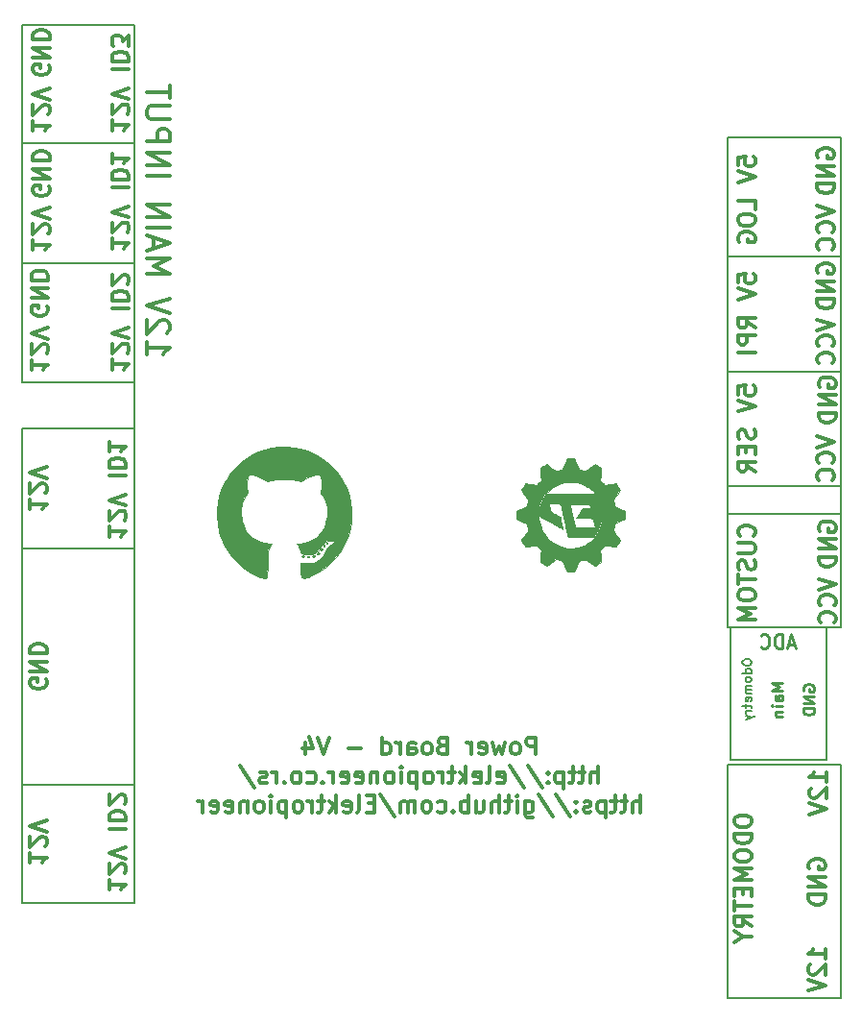
<source format=gbo>
G04 #@! TF.FileFunction,Legend,Bot*
%FSLAX46Y46*%
G04 Gerber Fmt 4.6, Leading zero omitted, Abs format (unit mm)*
G04 Created by KiCad (PCBNEW 4.0.6+dfsg1-1) date Mon Feb 26 19:52:27 2018*
%MOMM*%
%LPD*%
G01*
G04 APERTURE LIST*
%ADD10C,0.100000*%
%ADD11C,0.250000*%
%ADD12C,0.200000*%
%ADD13C,0.300000*%
%ADD14C,0.010000*%
G04 APERTURE END LIST*
D10*
D11*
X68485834Y31621120D02*
X67914405Y31621120D01*
X68600119Y31278263D02*
X68200119Y32478263D01*
X67800119Y31278263D01*
X67400120Y31278263D02*
X67400120Y32478263D01*
X67114405Y32478263D01*
X66942977Y32421120D01*
X66828691Y32306834D01*
X66771548Y32192549D01*
X66714405Y31963977D01*
X66714405Y31792549D01*
X66771548Y31563977D01*
X66828691Y31449691D01*
X66942977Y31335406D01*
X67114405Y31278263D01*
X67400120Y31278263D01*
X65514405Y31392549D02*
X65571548Y31335406D01*
X65742977Y31278263D01*
X65857263Y31278263D01*
X66028691Y31335406D01*
X66142977Y31449691D01*
X66200120Y31563977D01*
X66257263Y31792549D01*
X66257263Y31963977D01*
X66200120Y32192549D01*
X66142977Y32306834D01*
X66028691Y32421120D01*
X65857263Y32478263D01*
X65742977Y32478263D01*
X65571548Y32421120D01*
X65514405Y32363977D01*
D12*
X62809120Y21407120D02*
X62809120Y33091120D01*
X71318120Y21407120D02*
X71318120Y33091120D01*
D11*
X69294120Y27503024D02*
X69246501Y27598262D01*
X69246501Y27741119D01*
X69294120Y27883977D01*
X69389358Y27979215D01*
X69484596Y28026834D01*
X69675072Y28074453D01*
X69817930Y28074453D01*
X70008406Y28026834D01*
X70103644Y27979215D01*
X70198882Y27883977D01*
X70246501Y27741119D01*
X70246501Y27645881D01*
X70198882Y27503024D01*
X70151263Y27455405D01*
X69817930Y27455405D01*
X69817930Y27645881D01*
X70246501Y27026834D02*
X69246501Y27026834D01*
X70246501Y26455405D01*
X69246501Y26455405D01*
X70246501Y25979215D02*
X69246501Y25979215D01*
X69246501Y25741120D01*
X69294120Y25598262D01*
X69389358Y25503024D01*
X69484596Y25455405D01*
X69675072Y25407786D01*
X69817930Y25407786D01*
X70008406Y25455405D01*
X70103644Y25503024D01*
X70198882Y25598262D01*
X70246501Y25741120D01*
X70246501Y25979215D01*
X67452501Y28217310D02*
X66452501Y28217310D01*
X67166787Y27883976D01*
X66452501Y27550643D01*
X67452501Y27550643D01*
X67452501Y26645881D02*
X66928691Y26645881D01*
X66833453Y26693500D01*
X66785834Y26788738D01*
X66785834Y26979215D01*
X66833453Y27074453D01*
X67404882Y26645881D02*
X67452501Y26741119D01*
X67452501Y26979215D01*
X67404882Y27074453D01*
X67309644Y27122072D01*
X67214406Y27122072D01*
X67119168Y27074453D01*
X67071549Y26979215D01*
X67071549Y26741119D01*
X67023930Y26645881D01*
X67452501Y26169691D02*
X66785834Y26169691D01*
X66452501Y26169691D02*
X66500120Y26217310D01*
X66547739Y26169691D01*
X66500120Y26122072D01*
X66452501Y26169691D01*
X66547739Y26169691D01*
X66785834Y25693501D02*
X67452501Y25693501D01*
X66881072Y25693501D02*
X66833453Y25645882D01*
X66785834Y25550644D01*
X66785834Y25407786D01*
X66833453Y25312548D01*
X66928691Y25264929D01*
X67452501Y25264929D01*
D12*
X63895025Y30087263D02*
X63895025Y29934882D01*
X63933120Y29858691D01*
X64009310Y29782501D01*
X64161691Y29744406D01*
X64428358Y29744406D01*
X64580739Y29782501D01*
X64656930Y29858691D01*
X64695025Y29934882D01*
X64695025Y30087263D01*
X64656930Y30163453D01*
X64580739Y30239644D01*
X64428358Y30277739D01*
X64161691Y30277739D01*
X64009310Y30239644D01*
X63933120Y30163453D01*
X63895025Y30087263D01*
X64695025Y29058692D02*
X63895025Y29058692D01*
X64656930Y29058692D02*
X64695025Y29134882D01*
X64695025Y29287263D01*
X64656930Y29363454D01*
X64618834Y29401549D01*
X64542644Y29439644D01*
X64314072Y29439644D01*
X64237882Y29401549D01*
X64199787Y29363454D01*
X64161691Y29287263D01*
X64161691Y29134882D01*
X64199787Y29058692D01*
X64695025Y28563453D02*
X64656930Y28639644D01*
X64618834Y28677739D01*
X64542644Y28715834D01*
X64314072Y28715834D01*
X64237882Y28677739D01*
X64199787Y28639644D01*
X64161691Y28563453D01*
X64161691Y28449167D01*
X64199787Y28372977D01*
X64237882Y28334882D01*
X64314072Y28296786D01*
X64542644Y28296786D01*
X64618834Y28334882D01*
X64656930Y28372977D01*
X64695025Y28449167D01*
X64695025Y28563453D01*
X64695025Y27953929D02*
X64161691Y27953929D01*
X64237882Y27953929D02*
X64199787Y27915834D01*
X64161691Y27839643D01*
X64161691Y27725357D01*
X64199787Y27649167D01*
X64275977Y27611072D01*
X64695025Y27611072D01*
X64275977Y27611072D02*
X64199787Y27572976D01*
X64161691Y27496786D01*
X64161691Y27382500D01*
X64199787Y27306310D01*
X64275977Y27268215D01*
X64695025Y27268215D01*
X64656930Y26582500D02*
X64695025Y26658690D01*
X64695025Y26811071D01*
X64656930Y26887262D01*
X64580739Y26925357D01*
X64275977Y26925357D01*
X64199787Y26887262D01*
X64161691Y26811071D01*
X64161691Y26658690D01*
X64199787Y26582500D01*
X64275977Y26544405D01*
X64352168Y26544405D01*
X64428358Y26925357D01*
X64161691Y26315834D02*
X64161691Y26011072D01*
X63895025Y26201548D02*
X64580739Y26201548D01*
X64656930Y26163453D01*
X64695025Y26087262D01*
X64695025Y26011072D01*
X64695025Y25744405D02*
X64161691Y25744405D01*
X64314072Y25744405D02*
X64237882Y25706310D01*
X64199787Y25668214D01*
X64161691Y25592024D01*
X64161691Y25515833D01*
X64161691Y25325357D02*
X64695025Y25134881D01*
X64161691Y24944405D02*
X64695025Y25134881D01*
X64885501Y25211072D01*
X64923596Y25249167D01*
X64961691Y25325357D01*
X62809120Y21407120D02*
X71318120Y21407120D01*
D13*
X45693005Y21906949D02*
X45693005Y23406949D01*
X45121577Y23406949D01*
X44978719Y23335520D01*
X44907291Y23264091D01*
X44835862Y23121234D01*
X44835862Y22906949D01*
X44907291Y22764091D01*
X44978719Y22692663D01*
X45121577Y22621234D01*
X45693005Y22621234D01*
X43978719Y21906949D02*
X44121577Y21978377D01*
X44193005Y22049806D01*
X44264434Y22192663D01*
X44264434Y22621234D01*
X44193005Y22764091D01*
X44121577Y22835520D01*
X43978719Y22906949D01*
X43764434Y22906949D01*
X43621577Y22835520D01*
X43550148Y22764091D01*
X43478719Y22621234D01*
X43478719Y22192663D01*
X43550148Y22049806D01*
X43621577Y21978377D01*
X43764434Y21906949D01*
X43978719Y21906949D01*
X42978719Y22906949D02*
X42693005Y21906949D01*
X42407291Y22621234D01*
X42121576Y21906949D01*
X41835862Y22906949D01*
X40693005Y21978377D02*
X40835862Y21906949D01*
X41121576Y21906949D01*
X41264433Y21978377D01*
X41335862Y22121234D01*
X41335862Y22692663D01*
X41264433Y22835520D01*
X41121576Y22906949D01*
X40835862Y22906949D01*
X40693005Y22835520D01*
X40621576Y22692663D01*
X40621576Y22549806D01*
X41335862Y22406949D01*
X39978719Y21906949D02*
X39978719Y22906949D01*
X39978719Y22621234D02*
X39907291Y22764091D01*
X39835862Y22835520D01*
X39693005Y22906949D01*
X39550148Y22906949D01*
X37407291Y22692663D02*
X37193005Y22621234D01*
X37121577Y22549806D01*
X37050148Y22406949D01*
X37050148Y22192663D01*
X37121577Y22049806D01*
X37193005Y21978377D01*
X37335863Y21906949D01*
X37907291Y21906949D01*
X37907291Y23406949D01*
X37407291Y23406949D01*
X37264434Y23335520D01*
X37193005Y23264091D01*
X37121577Y23121234D01*
X37121577Y22978377D01*
X37193005Y22835520D01*
X37264434Y22764091D01*
X37407291Y22692663D01*
X37907291Y22692663D01*
X36193005Y21906949D02*
X36335863Y21978377D01*
X36407291Y22049806D01*
X36478720Y22192663D01*
X36478720Y22621234D01*
X36407291Y22764091D01*
X36335863Y22835520D01*
X36193005Y22906949D01*
X35978720Y22906949D01*
X35835863Y22835520D01*
X35764434Y22764091D01*
X35693005Y22621234D01*
X35693005Y22192663D01*
X35764434Y22049806D01*
X35835863Y21978377D01*
X35978720Y21906949D01*
X36193005Y21906949D01*
X34407291Y21906949D02*
X34407291Y22692663D01*
X34478720Y22835520D01*
X34621577Y22906949D01*
X34907291Y22906949D01*
X35050148Y22835520D01*
X34407291Y21978377D02*
X34550148Y21906949D01*
X34907291Y21906949D01*
X35050148Y21978377D01*
X35121577Y22121234D01*
X35121577Y22264091D01*
X35050148Y22406949D01*
X34907291Y22478377D01*
X34550148Y22478377D01*
X34407291Y22549806D01*
X33693005Y21906949D02*
X33693005Y22906949D01*
X33693005Y22621234D02*
X33621577Y22764091D01*
X33550148Y22835520D01*
X33407291Y22906949D01*
X33264434Y22906949D01*
X32121577Y21906949D02*
X32121577Y23406949D01*
X32121577Y21978377D02*
X32264434Y21906949D01*
X32550148Y21906949D01*
X32693006Y21978377D01*
X32764434Y22049806D01*
X32835863Y22192663D01*
X32835863Y22621234D01*
X32764434Y22764091D01*
X32693006Y22835520D01*
X32550148Y22906949D01*
X32264434Y22906949D01*
X32121577Y22835520D01*
X30264434Y22478377D02*
X29121577Y22478377D01*
X27478720Y23406949D02*
X26978720Y21906949D01*
X26478720Y23406949D01*
X25335863Y22906949D02*
X25335863Y21906949D01*
X25693006Y23478377D02*
X26050149Y22406949D01*
X25121577Y22406949D01*
X51157292Y19356949D02*
X51157292Y20856949D01*
X50514435Y19356949D02*
X50514435Y20142663D01*
X50585864Y20285520D01*
X50728721Y20356949D01*
X50943006Y20356949D01*
X51085864Y20285520D01*
X51157292Y20214091D01*
X50014435Y20356949D02*
X49443006Y20356949D01*
X49800149Y20856949D02*
X49800149Y19571234D01*
X49728721Y19428377D01*
X49585863Y19356949D01*
X49443006Y19356949D01*
X49157292Y20356949D02*
X48585863Y20356949D01*
X48943006Y20856949D02*
X48943006Y19571234D01*
X48871578Y19428377D01*
X48728720Y19356949D01*
X48585863Y19356949D01*
X48085863Y20356949D02*
X48085863Y18856949D01*
X48085863Y20285520D02*
X47943006Y20356949D01*
X47657292Y20356949D01*
X47514435Y20285520D01*
X47443006Y20214091D01*
X47371577Y20071234D01*
X47371577Y19642663D01*
X47443006Y19499806D01*
X47514435Y19428377D01*
X47657292Y19356949D01*
X47943006Y19356949D01*
X48085863Y19428377D01*
X46728720Y19499806D02*
X46657292Y19428377D01*
X46728720Y19356949D01*
X46800149Y19428377D01*
X46728720Y19499806D01*
X46728720Y19356949D01*
X46728720Y20285520D02*
X46657292Y20214091D01*
X46728720Y20142663D01*
X46800149Y20214091D01*
X46728720Y20285520D01*
X46728720Y20142663D01*
X44943006Y20928377D02*
X46228720Y18999806D01*
X43371577Y20928377D02*
X44657291Y18999806D01*
X42300148Y19428377D02*
X42443005Y19356949D01*
X42728719Y19356949D01*
X42871576Y19428377D01*
X42943005Y19571234D01*
X42943005Y20142663D01*
X42871576Y20285520D01*
X42728719Y20356949D01*
X42443005Y20356949D01*
X42300148Y20285520D01*
X42228719Y20142663D01*
X42228719Y19999806D01*
X42943005Y19856949D01*
X41371576Y19356949D02*
X41514434Y19428377D01*
X41585862Y19571234D01*
X41585862Y20856949D01*
X40228720Y19428377D02*
X40371577Y19356949D01*
X40657291Y19356949D01*
X40800148Y19428377D01*
X40871577Y19571234D01*
X40871577Y20142663D01*
X40800148Y20285520D01*
X40657291Y20356949D01*
X40371577Y20356949D01*
X40228720Y20285520D01*
X40157291Y20142663D01*
X40157291Y19999806D01*
X40871577Y19856949D01*
X39514434Y19356949D02*
X39514434Y20856949D01*
X39371577Y19928377D02*
X38943006Y19356949D01*
X38943006Y20356949D02*
X39514434Y19785520D01*
X38514434Y20356949D02*
X37943005Y20356949D01*
X38300148Y20856949D02*
X38300148Y19571234D01*
X38228720Y19428377D01*
X38085862Y19356949D01*
X37943005Y19356949D01*
X37443005Y19356949D02*
X37443005Y20356949D01*
X37443005Y20071234D02*
X37371577Y20214091D01*
X37300148Y20285520D01*
X37157291Y20356949D01*
X37014434Y20356949D01*
X36300148Y19356949D02*
X36443006Y19428377D01*
X36514434Y19499806D01*
X36585863Y19642663D01*
X36585863Y20071234D01*
X36514434Y20214091D01*
X36443006Y20285520D01*
X36300148Y20356949D01*
X36085863Y20356949D01*
X35943006Y20285520D01*
X35871577Y20214091D01*
X35800148Y20071234D01*
X35800148Y19642663D01*
X35871577Y19499806D01*
X35943006Y19428377D01*
X36085863Y19356949D01*
X36300148Y19356949D01*
X35157291Y20356949D02*
X35157291Y18856949D01*
X35157291Y20285520D02*
X35014434Y20356949D01*
X34728720Y20356949D01*
X34585863Y20285520D01*
X34514434Y20214091D01*
X34443005Y20071234D01*
X34443005Y19642663D01*
X34514434Y19499806D01*
X34585863Y19428377D01*
X34728720Y19356949D01*
X35014434Y19356949D01*
X35157291Y19428377D01*
X33800148Y19356949D02*
X33800148Y20356949D01*
X33800148Y20856949D02*
X33871577Y20785520D01*
X33800148Y20714091D01*
X33728720Y20785520D01*
X33800148Y20856949D01*
X33800148Y20714091D01*
X32871576Y19356949D02*
X33014434Y19428377D01*
X33085862Y19499806D01*
X33157291Y19642663D01*
X33157291Y20071234D01*
X33085862Y20214091D01*
X33014434Y20285520D01*
X32871576Y20356949D01*
X32657291Y20356949D01*
X32514434Y20285520D01*
X32443005Y20214091D01*
X32371576Y20071234D01*
X32371576Y19642663D01*
X32443005Y19499806D01*
X32514434Y19428377D01*
X32657291Y19356949D01*
X32871576Y19356949D01*
X31728719Y20356949D02*
X31728719Y19356949D01*
X31728719Y20214091D02*
X31657291Y20285520D01*
X31514433Y20356949D01*
X31300148Y20356949D01*
X31157291Y20285520D01*
X31085862Y20142663D01*
X31085862Y19356949D01*
X29800148Y19428377D02*
X29943005Y19356949D01*
X30228719Y19356949D01*
X30371576Y19428377D01*
X30443005Y19571234D01*
X30443005Y20142663D01*
X30371576Y20285520D01*
X30228719Y20356949D01*
X29943005Y20356949D01*
X29800148Y20285520D01*
X29728719Y20142663D01*
X29728719Y19999806D01*
X30443005Y19856949D01*
X28514434Y19428377D02*
X28657291Y19356949D01*
X28943005Y19356949D01*
X29085862Y19428377D01*
X29157291Y19571234D01*
X29157291Y20142663D01*
X29085862Y20285520D01*
X28943005Y20356949D01*
X28657291Y20356949D01*
X28514434Y20285520D01*
X28443005Y20142663D01*
X28443005Y19999806D01*
X29157291Y19856949D01*
X27800148Y19356949D02*
X27800148Y20356949D01*
X27800148Y20071234D02*
X27728720Y20214091D01*
X27657291Y20285520D01*
X27514434Y20356949D01*
X27371577Y20356949D01*
X26871577Y19499806D02*
X26800149Y19428377D01*
X26871577Y19356949D01*
X26943006Y19428377D01*
X26871577Y19499806D01*
X26871577Y19356949D01*
X25514434Y19428377D02*
X25657291Y19356949D01*
X25943005Y19356949D01*
X26085863Y19428377D01*
X26157291Y19499806D01*
X26228720Y19642663D01*
X26228720Y20071234D01*
X26157291Y20214091D01*
X26085863Y20285520D01*
X25943005Y20356949D01*
X25657291Y20356949D01*
X25514434Y20285520D01*
X24657291Y19356949D02*
X24800149Y19428377D01*
X24871577Y19499806D01*
X24943006Y19642663D01*
X24943006Y20071234D01*
X24871577Y20214091D01*
X24800149Y20285520D01*
X24657291Y20356949D01*
X24443006Y20356949D01*
X24300149Y20285520D01*
X24228720Y20214091D01*
X24157291Y20071234D01*
X24157291Y19642663D01*
X24228720Y19499806D01*
X24300149Y19428377D01*
X24443006Y19356949D01*
X24657291Y19356949D01*
X23514434Y19499806D02*
X23443006Y19428377D01*
X23514434Y19356949D01*
X23585863Y19428377D01*
X23514434Y19499806D01*
X23514434Y19356949D01*
X22800148Y19356949D02*
X22800148Y20356949D01*
X22800148Y20071234D02*
X22728720Y20214091D01*
X22657291Y20285520D01*
X22514434Y20356949D01*
X22371577Y20356949D01*
X21943006Y19428377D02*
X21800149Y19356949D01*
X21514434Y19356949D01*
X21371577Y19428377D01*
X21300149Y19571234D01*
X21300149Y19642663D01*
X21371577Y19785520D01*
X21514434Y19856949D01*
X21728720Y19856949D01*
X21871577Y19928377D01*
X21943006Y20071234D01*
X21943006Y20142663D01*
X21871577Y20285520D01*
X21728720Y20356949D01*
X21514434Y20356949D01*
X21371577Y20285520D01*
X19585863Y20928377D02*
X20871577Y18999806D01*
X54871578Y16806949D02*
X54871578Y18306949D01*
X54228721Y16806949D02*
X54228721Y17592663D01*
X54300150Y17735520D01*
X54443007Y17806949D01*
X54657292Y17806949D01*
X54800150Y17735520D01*
X54871578Y17664091D01*
X53728721Y17806949D02*
X53157292Y17806949D01*
X53514435Y18306949D02*
X53514435Y17021234D01*
X53443007Y16878377D01*
X53300149Y16806949D01*
X53157292Y16806949D01*
X52871578Y17806949D02*
X52300149Y17806949D01*
X52657292Y18306949D02*
X52657292Y17021234D01*
X52585864Y16878377D01*
X52443006Y16806949D01*
X52300149Y16806949D01*
X51800149Y17806949D02*
X51800149Y16306949D01*
X51800149Y17735520D02*
X51657292Y17806949D01*
X51371578Y17806949D01*
X51228721Y17735520D01*
X51157292Y17664091D01*
X51085863Y17521234D01*
X51085863Y17092663D01*
X51157292Y16949806D01*
X51228721Y16878377D01*
X51371578Y16806949D01*
X51657292Y16806949D01*
X51800149Y16878377D01*
X50514435Y16878377D02*
X50371578Y16806949D01*
X50085863Y16806949D01*
X49943006Y16878377D01*
X49871578Y17021234D01*
X49871578Y17092663D01*
X49943006Y17235520D01*
X50085863Y17306949D01*
X50300149Y17306949D01*
X50443006Y17378377D01*
X50514435Y17521234D01*
X50514435Y17592663D01*
X50443006Y17735520D01*
X50300149Y17806949D01*
X50085863Y17806949D01*
X49943006Y17735520D01*
X49228720Y16949806D02*
X49157292Y16878377D01*
X49228720Y16806949D01*
X49300149Y16878377D01*
X49228720Y16949806D01*
X49228720Y16806949D01*
X49228720Y17735520D02*
X49157292Y17664091D01*
X49228720Y17592663D01*
X49300149Y17664091D01*
X49228720Y17735520D01*
X49228720Y17592663D01*
X47443006Y18378377D02*
X48728720Y16449806D01*
X45871577Y18378377D02*
X47157291Y16449806D01*
X44728719Y17806949D02*
X44728719Y16592663D01*
X44800148Y16449806D01*
X44871576Y16378377D01*
X45014433Y16306949D01*
X45228719Y16306949D01*
X45371576Y16378377D01*
X44728719Y16878377D02*
X44871576Y16806949D01*
X45157290Y16806949D01*
X45300148Y16878377D01*
X45371576Y16949806D01*
X45443005Y17092663D01*
X45443005Y17521234D01*
X45371576Y17664091D01*
X45300148Y17735520D01*
X45157290Y17806949D01*
X44871576Y17806949D01*
X44728719Y17735520D01*
X44014433Y16806949D02*
X44014433Y17806949D01*
X44014433Y18306949D02*
X44085862Y18235520D01*
X44014433Y18164091D01*
X43943005Y18235520D01*
X44014433Y18306949D01*
X44014433Y18164091D01*
X43514433Y17806949D02*
X42943004Y17806949D01*
X43300147Y18306949D02*
X43300147Y17021234D01*
X43228719Y16878377D01*
X43085861Y16806949D01*
X42943004Y16806949D01*
X42443004Y16806949D02*
X42443004Y18306949D01*
X41800147Y16806949D02*
X41800147Y17592663D01*
X41871576Y17735520D01*
X42014433Y17806949D01*
X42228718Y17806949D01*
X42371576Y17735520D01*
X42443004Y17664091D01*
X40443004Y17806949D02*
X40443004Y16806949D01*
X41085861Y17806949D02*
X41085861Y17021234D01*
X41014433Y16878377D01*
X40871575Y16806949D01*
X40657290Y16806949D01*
X40514433Y16878377D01*
X40443004Y16949806D01*
X39728718Y16806949D02*
X39728718Y18306949D01*
X39728718Y17735520D02*
X39585861Y17806949D01*
X39300147Y17806949D01*
X39157290Y17735520D01*
X39085861Y17664091D01*
X39014432Y17521234D01*
X39014432Y17092663D01*
X39085861Y16949806D01*
X39157290Y16878377D01*
X39300147Y16806949D01*
X39585861Y16806949D01*
X39728718Y16878377D01*
X38371575Y16949806D02*
X38300147Y16878377D01*
X38371575Y16806949D01*
X38443004Y16878377D01*
X38371575Y16949806D01*
X38371575Y16806949D01*
X37014432Y16878377D02*
X37157289Y16806949D01*
X37443003Y16806949D01*
X37585861Y16878377D01*
X37657289Y16949806D01*
X37728718Y17092663D01*
X37728718Y17521234D01*
X37657289Y17664091D01*
X37585861Y17735520D01*
X37443003Y17806949D01*
X37157289Y17806949D01*
X37014432Y17735520D01*
X36157289Y16806949D02*
X36300147Y16878377D01*
X36371575Y16949806D01*
X36443004Y17092663D01*
X36443004Y17521234D01*
X36371575Y17664091D01*
X36300147Y17735520D01*
X36157289Y17806949D01*
X35943004Y17806949D01*
X35800147Y17735520D01*
X35728718Y17664091D01*
X35657289Y17521234D01*
X35657289Y17092663D01*
X35728718Y16949806D01*
X35800147Y16878377D01*
X35943004Y16806949D01*
X36157289Y16806949D01*
X35014432Y16806949D02*
X35014432Y17806949D01*
X35014432Y17664091D02*
X34943004Y17735520D01*
X34800146Y17806949D01*
X34585861Y17806949D01*
X34443004Y17735520D01*
X34371575Y17592663D01*
X34371575Y16806949D01*
X34371575Y17592663D02*
X34300146Y17735520D01*
X34157289Y17806949D01*
X33943004Y17806949D01*
X33800146Y17735520D01*
X33728718Y17592663D01*
X33728718Y16806949D01*
X31943004Y18378377D02*
X33228718Y16449806D01*
X31443003Y17592663D02*
X30943003Y17592663D01*
X30728717Y16806949D02*
X31443003Y16806949D01*
X31443003Y18306949D01*
X30728717Y18306949D01*
X29871574Y16806949D02*
X30014432Y16878377D01*
X30085860Y17021234D01*
X30085860Y18306949D01*
X28728718Y16878377D02*
X28871575Y16806949D01*
X29157289Y16806949D01*
X29300146Y16878377D01*
X29371575Y17021234D01*
X29371575Y17592663D01*
X29300146Y17735520D01*
X29157289Y17806949D01*
X28871575Y17806949D01*
X28728718Y17735520D01*
X28657289Y17592663D01*
X28657289Y17449806D01*
X29371575Y17306949D01*
X28014432Y16806949D02*
X28014432Y18306949D01*
X27871575Y17378377D02*
X27443004Y16806949D01*
X27443004Y17806949D02*
X28014432Y17235520D01*
X27014432Y17806949D02*
X26443003Y17806949D01*
X26800146Y18306949D02*
X26800146Y17021234D01*
X26728718Y16878377D01*
X26585860Y16806949D01*
X26443003Y16806949D01*
X25943003Y16806949D02*
X25943003Y17806949D01*
X25943003Y17521234D02*
X25871575Y17664091D01*
X25800146Y17735520D01*
X25657289Y17806949D01*
X25514432Y17806949D01*
X24800146Y16806949D02*
X24943004Y16878377D01*
X25014432Y16949806D01*
X25085861Y17092663D01*
X25085861Y17521234D01*
X25014432Y17664091D01*
X24943004Y17735520D01*
X24800146Y17806949D01*
X24585861Y17806949D01*
X24443004Y17735520D01*
X24371575Y17664091D01*
X24300146Y17521234D01*
X24300146Y17092663D01*
X24371575Y16949806D01*
X24443004Y16878377D01*
X24585861Y16806949D01*
X24800146Y16806949D01*
X23657289Y17806949D02*
X23657289Y16306949D01*
X23657289Y17735520D02*
X23514432Y17806949D01*
X23228718Y17806949D01*
X23085861Y17735520D01*
X23014432Y17664091D01*
X22943003Y17521234D01*
X22943003Y17092663D01*
X23014432Y16949806D01*
X23085861Y16878377D01*
X23228718Y16806949D01*
X23514432Y16806949D01*
X23657289Y16878377D01*
X22300146Y16806949D02*
X22300146Y17806949D01*
X22300146Y18306949D02*
X22371575Y18235520D01*
X22300146Y18164091D01*
X22228718Y18235520D01*
X22300146Y18306949D01*
X22300146Y18164091D01*
X21371574Y16806949D02*
X21514432Y16878377D01*
X21585860Y16949806D01*
X21657289Y17092663D01*
X21657289Y17521234D01*
X21585860Y17664091D01*
X21514432Y17735520D01*
X21371574Y17806949D01*
X21157289Y17806949D01*
X21014432Y17735520D01*
X20943003Y17664091D01*
X20871574Y17521234D01*
X20871574Y17092663D01*
X20943003Y16949806D01*
X21014432Y16878377D01*
X21157289Y16806949D01*
X21371574Y16806949D01*
X20228717Y17806949D02*
X20228717Y16806949D01*
X20228717Y17664091D02*
X20157289Y17735520D01*
X20014431Y17806949D01*
X19800146Y17806949D01*
X19657289Y17735520D01*
X19585860Y17592663D01*
X19585860Y16806949D01*
X18300146Y16878377D02*
X18443003Y16806949D01*
X18728717Y16806949D01*
X18871574Y16878377D01*
X18943003Y17021234D01*
X18943003Y17592663D01*
X18871574Y17735520D01*
X18728717Y17806949D01*
X18443003Y17806949D01*
X18300146Y17735520D01*
X18228717Y17592663D01*
X18228717Y17449806D01*
X18943003Y17306949D01*
X17014432Y16878377D02*
X17157289Y16806949D01*
X17443003Y16806949D01*
X17585860Y16878377D01*
X17657289Y17021234D01*
X17657289Y17592663D01*
X17585860Y17735520D01*
X17443003Y17806949D01*
X17157289Y17806949D01*
X17014432Y17735520D01*
X16943003Y17592663D01*
X16943003Y17449806D01*
X17657289Y17306949D01*
X16300146Y16806949D02*
X16300146Y17806949D01*
X16300146Y17521234D02*
X16228718Y17664091D01*
X16157289Y17735520D01*
X16014432Y17806949D01*
X15871575Y17806949D01*
X63194191Y16171692D02*
X63194191Y15885978D01*
X63265620Y15743120D01*
X63408477Y15600263D01*
X63694191Y15528835D01*
X64194191Y15528835D01*
X64479906Y15600263D01*
X64622763Y15743120D01*
X64694191Y15885978D01*
X64694191Y16171692D01*
X64622763Y16314549D01*
X64479906Y16457406D01*
X64194191Y16528835D01*
X63694191Y16528835D01*
X63408477Y16457406D01*
X63265620Y16314549D01*
X63194191Y16171692D01*
X64694191Y14885977D02*
X63194191Y14885977D01*
X63194191Y14528834D01*
X63265620Y14314549D01*
X63408477Y14171691D01*
X63551334Y14100263D01*
X63837049Y14028834D01*
X64051334Y14028834D01*
X64337049Y14100263D01*
X64479906Y14171691D01*
X64622763Y14314549D01*
X64694191Y14528834D01*
X64694191Y14885977D01*
X63194191Y13100263D02*
X63194191Y12814549D01*
X63265620Y12671691D01*
X63408477Y12528834D01*
X63694191Y12457406D01*
X64194191Y12457406D01*
X64479906Y12528834D01*
X64622763Y12671691D01*
X64694191Y12814549D01*
X64694191Y13100263D01*
X64622763Y13243120D01*
X64479906Y13385977D01*
X64194191Y13457406D01*
X63694191Y13457406D01*
X63408477Y13385977D01*
X63265620Y13243120D01*
X63194191Y13100263D01*
X64694191Y11814548D02*
X63194191Y11814548D01*
X64265620Y11314548D01*
X63194191Y10814548D01*
X64694191Y10814548D01*
X63908477Y10100262D02*
X63908477Y9600262D01*
X64694191Y9385976D02*
X64694191Y10100262D01*
X63194191Y10100262D01*
X63194191Y9385976D01*
X63194191Y8957405D02*
X63194191Y8100262D01*
X64694191Y8528833D02*
X63194191Y8528833D01*
X64694191Y6743119D02*
X63979906Y7243119D01*
X64694191Y7600262D02*
X63194191Y7600262D01*
X63194191Y7028834D01*
X63265620Y6885976D01*
X63337049Y6814548D01*
X63479906Y6743119D01*
X63694191Y6743119D01*
X63837049Y6814548D01*
X63908477Y6885976D01*
X63979906Y7028834D01*
X63979906Y7600262D01*
X63979906Y5814548D02*
X64694191Y5814548D01*
X63194191Y6314548D02*
X63979906Y5814548D01*
X63194191Y5314548D01*
X71234691Y3920691D02*
X71234691Y4777834D01*
X71234691Y4349262D02*
X69734691Y4349262D01*
X69948977Y4492119D01*
X70091834Y4634977D01*
X70163263Y4777834D01*
X69877549Y3349263D02*
X69806120Y3277834D01*
X69734691Y3134977D01*
X69734691Y2777834D01*
X69806120Y2634977D01*
X69877549Y2563548D01*
X70020406Y2492120D01*
X70163263Y2492120D01*
X70377549Y2563548D01*
X71234691Y3420691D01*
X71234691Y2492120D01*
X69734691Y2063549D02*
X71234691Y1563549D01*
X69734691Y1063549D01*
X71298191Y19478191D02*
X71298191Y20335334D01*
X71298191Y19906762D02*
X69798191Y19906762D01*
X70012477Y20049619D01*
X70155334Y20192477D01*
X70226763Y20335334D01*
X69941049Y18906763D02*
X69869620Y18835334D01*
X69798191Y18692477D01*
X69798191Y18335334D01*
X69869620Y18192477D01*
X69941049Y18121048D01*
X70083906Y18049620D01*
X70226763Y18049620D01*
X70441049Y18121048D01*
X71298191Y18978191D01*
X71298191Y18049620D01*
X69798191Y17621049D02*
X71298191Y17121049D01*
X69798191Y16621049D01*
X69806120Y11818477D02*
X69734691Y11961334D01*
X69734691Y12175620D01*
X69806120Y12389905D01*
X69948977Y12532763D01*
X70091834Y12604191D01*
X70377549Y12675620D01*
X70591834Y12675620D01*
X70877549Y12604191D01*
X71020406Y12532763D01*
X71163263Y12389905D01*
X71234691Y12175620D01*
X71234691Y12032763D01*
X71163263Y11818477D01*
X71091834Y11747048D01*
X70591834Y11747048D01*
X70591834Y12032763D01*
X71234691Y11104191D02*
X69734691Y11104191D01*
X71234691Y10247048D01*
X69734691Y10247048D01*
X71234691Y9532762D02*
X69734691Y9532762D01*
X69734691Y9175619D01*
X69806120Y8961334D01*
X69948977Y8818476D01*
X70091834Y8747048D01*
X70377549Y8675619D01*
X70591834Y8675619D01*
X70877549Y8747048D01*
X71020406Y8818476D01*
X71163263Y8961334D01*
X71234691Y9175619D01*
X71234691Y9532762D01*
D12*
X62555120Y21026120D02*
X62555120Y388620D01*
X72588120Y21026120D02*
X72524620Y21026120D01*
X72588120Y388620D02*
X72588120Y21026120D01*
X62555120Y21026120D02*
X72524620Y21026120D01*
X72524620Y388620D02*
X72588120Y388620D01*
X62555120Y388620D02*
X72524620Y388620D01*
X62555120Y45537120D02*
X72588120Y45537120D01*
X72588120Y33091120D02*
X62555120Y33091120D01*
X72588120Y33091120D02*
X72524620Y33091120D01*
X72588120Y45283120D02*
X72588120Y33091120D01*
X62555120Y43124120D02*
X72524620Y43124120D01*
X62555120Y65793620D02*
X72588120Y65793620D01*
X72588120Y55633620D02*
X72588120Y55697120D01*
X62555120Y55633620D02*
X72588120Y55633620D01*
X72588120Y76271120D02*
X72588120Y76080620D01*
X62555120Y76271120D02*
X72588120Y76271120D01*
X62555120Y76017120D02*
X62555120Y76271120D01*
X62555120Y33091120D02*
X62555120Y76017120D01*
D13*
X70695120Y41599977D02*
X70623691Y41742834D01*
X70623691Y41957120D01*
X70695120Y42171405D01*
X70837977Y42314263D01*
X70980834Y42385691D01*
X71266549Y42457120D01*
X71480834Y42457120D01*
X71766549Y42385691D01*
X71909406Y42314263D01*
X72052263Y42171405D01*
X72123691Y41957120D01*
X72123691Y41814263D01*
X72052263Y41599977D01*
X71980834Y41528548D01*
X71480834Y41528548D01*
X71480834Y41814263D01*
X72123691Y40885691D02*
X70623691Y40885691D01*
X72123691Y40028548D01*
X70623691Y40028548D01*
X72123691Y39314262D02*
X70623691Y39314262D01*
X70623691Y38957119D01*
X70695120Y38742834D01*
X70837977Y38599976D01*
X70980834Y38528548D01*
X71266549Y38457119D01*
X71480834Y38457119D01*
X71766549Y38528548D01*
X71909406Y38599976D01*
X72052263Y38742834D01*
X72123691Y38957119D01*
X72123691Y39314262D01*
X70695120Y54299977D02*
X70623691Y54442834D01*
X70623691Y54657120D01*
X70695120Y54871405D01*
X70837977Y55014263D01*
X70980834Y55085691D01*
X71266549Y55157120D01*
X71480834Y55157120D01*
X71766549Y55085691D01*
X71909406Y55014263D01*
X72052263Y54871405D01*
X72123691Y54657120D01*
X72123691Y54514263D01*
X72052263Y54299977D01*
X71980834Y54228548D01*
X71480834Y54228548D01*
X71480834Y54514263D01*
X72123691Y53585691D02*
X70623691Y53585691D01*
X72123691Y52728548D01*
X70623691Y52728548D01*
X72123691Y52014262D02*
X70623691Y52014262D01*
X70623691Y51657119D01*
X70695120Y51442834D01*
X70837977Y51299976D01*
X70980834Y51228548D01*
X71266549Y51157119D01*
X71480834Y51157119D01*
X71766549Y51228548D01*
X71909406Y51299976D01*
X72052263Y51442834D01*
X72123691Y51657119D01*
X72123691Y52014262D01*
X70623691Y37377120D02*
X72123691Y36877120D01*
X70623691Y36377120D01*
X71980834Y35019977D02*
X72052263Y35091406D01*
X72123691Y35305692D01*
X72123691Y35448549D01*
X72052263Y35662834D01*
X71909406Y35805692D01*
X71766549Y35877120D01*
X71480834Y35948549D01*
X71266549Y35948549D01*
X70980834Y35877120D01*
X70837977Y35805692D01*
X70695120Y35662834D01*
X70623691Y35448549D01*
X70623691Y35305692D01*
X70695120Y35091406D01*
X70766549Y35019977D01*
X71980834Y33519977D02*
X72052263Y33591406D01*
X72123691Y33805692D01*
X72123691Y33948549D01*
X72052263Y34162834D01*
X71909406Y34305692D01*
X71766549Y34377120D01*
X71480834Y34448549D01*
X71266549Y34448549D01*
X70980834Y34377120D01*
X70837977Y34305692D01*
X70695120Y34162834D01*
X70623691Y33948549D01*
X70623691Y33805692D01*
X70695120Y33591406D01*
X70766549Y33519977D01*
X64868834Y41167120D02*
X64940263Y41238549D01*
X65011691Y41452835D01*
X65011691Y41595692D01*
X64940263Y41809977D01*
X64797406Y41952835D01*
X64654549Y42024263D01*
X64368834Y42095692D01*
X64154549Y42095692D01*
X63868834Y42024263D01*
X63725977Y41952835D01*
X63583120Y41809977D01*
X63511691Y41595692D01*
X63511691Y41452835D01*
X63583120Y41238549D01*
X63654549Y41167120D01*
X63511691Y40524263D02*
X64725977Y40524263D01*
X64868834Y40452835D01*
X64940263Y40381406D01*
X65011691Y40238549D01*
X65011691Y39952835D01*
X64940263Y39809977D01*
X64868834Y39738549D01*
X64725977Y39667120D01*
X63511691Y39667120D01*
X64940263Y39024263D02*
X65011691Y38809977D01*
X65011691Y38452834D01*
X64940263Y38309977D01*
X64868834Y38238548D01*
X64725977Y38167120D01*
X64583120Y38167120D01*
X64440263Y38238548D01*
X64368834Y38309977D01*
X64297406Y38452834D01*
X64225977Y38738548D01*
X64154549Y38881406D01*
X64083120Y38952834D01*
X63940263Y39024263D01*
X63797406Y39024263D01*
X63654549Y38952834D01*
X63583120Y38881406D01*
X63511691Y38738548D01*
X63511691Y38381406D01*
X63583120Y38167120D01*
X63511691Y37738549D02*
X63511691Y36881406D01*
X65011691Y37309977D02*
X63511691Y37309977D01*
X63511691Y36095692D02*
X63511691Y35809978D01*
X63583120Y35667120D01*
X63725977Y35524263D01*
X64011691Y35452835D01*
X64511691Y35452835D01*
X64797406Y35524263D01*
X64940263Y35667120D01*
X65011691Y35809978D01*
X65011691Y36095692D01*
X64940263Y36238549D01*
X64797406Y36381406D01*
X64511691Y36452835D01*
X64011691Y36452835D01*
X63725977Y36381406D01*
X63583120Y36238549D01*
X63511691Y36095692D01*
X65011691Y34809977D02*
X63511691Y34809977D01*
X64583120Y34309977D01*
X63511691Y33809977D01*
X65011691Y33809977D01*
X63511691Y53617119D02*
X63511691Y54331405D01*
X64225977Y54402834D01*
X64154549Y54331405D01*
X64083120Y54188548D01*
X64083120Y53831405D01*
X64154549Y53688548D01*
X64225977Y53617119D01*
X64368834Y53545691D01*
X64725977Y53545691D01*
X64868834Y53617119D01*
X64940263Y53688548D01*
X65011691Y53831405D01*
X65011691Y54188548D01*
X64940263Y54331405D01*
X64868834Y54402834D01*
X63511691Y53117120D02*
X65011691Y52617120D01*
X63511691Y52117120D01*
X64940263Y50545692D02*
X65011691Y50331406D01*
X65011691Y49974263D01*
X64940263Y49831406D01*
X64868834Y49759977D01*
X64725977Y49688549D01*
X64583120Y49688549D01*
X64440263Y49759977D01*
X64368834Y49831406D01*
X64297406Y49974263D01*
X64225977Y50259977D01*
X64154549Y50402835D01*
X64083120Y50474263D01*
X63940263Y50545692D01*
X63797406Y50545692D01*
X63654549Y50474263D01*
X63583120Y50402835D01*
X63511691Y50259977D01*
X63511691Y49902835D01*
X63583120Y49688549D01*
X64225977Y49045692D02*
X64225977Y48545692D01*
X65011691Y48331406D02*
X65011691Y49045692D01*
X63511691Y49045692D01*
X63511691Y48331406D01*
X65011691Y46831406D02*
X64297406Y47331406D01*
X65011691Y47688549D02*
X63511691Y47688549D01*
X63511691Y47117121D01*
X63583120Y46974263D01*
X63654549Y46902835D01*
X63797406Y46831406D01*
X64011691Y46831406D01*
X64154549Y46902835D01*
X64225977Y46974263D01*
X64297406Y47117121D01*
X64297406Y47688549D01*
X63511691Y63491405D02*
X63511691Y64205691D01*
X64225977Y64277120D01*
X64154549Y64205691D01*
X64083120Y64062834D01*
X64083120Y63705691D01*
X64154549Y63562834D01*
X64225977Y63491405D01*
X64368834Y63419977D01*
X64725977Y63419977D01*
X64868834Y63491405D01*
X64940263Y63562834D01*
X65011691Y63705691D01*
X65011691Y64062834D01*
X64940263Y64205691D01*
X64868834Y64277120D01*
X63511691Y62991406D02*
X65011691Y62491406D01*
X63511691Y61991406D01*
X65011691Y59491406D02*
X64297406Y59991406D01*
X65011691Y60348549D02*
X63511691Y60348549D01*
X63511691Y59777121D01*
X63583120Y59634263D01*
X63654549Y59562835D01*
X63797406Y59491406D01*
X64011691Y59491406D01*
X64154549Y59562835D01*
X64225977Y59634263D01*
X64297406Y59777121D01*
X64297406Y60348549D01*
X65011691Y58848549D02*
X63511691Y58848549D01*
X63511691Y58277121D01*
X63583120Y58134263D01*
X63654549Y58062835D01*
X63797406Y57991406D01*
X64011691Y57991406D01*
X64154549Y58062835D01*
X64225977Y58134263D01*
X64297406Y58277121D01*
X64297406Y58848549D01*
X65011691Y57348549D02*
X63511691Y57348549D01*
X63511691Y73810119D02*
X63511691Y74524405D01*
X64225977Y74595834D01*
X64154549Y74524405D01*
X64083120Y74381548D01*
X64083120Y74024405D01*
X64154549Y73881548D01*
X64225977Y73810119D01*
X64368834Y73738691D01*
X64725977Y73738691D01*
X64868834Y73810119D01*
X64940263Y73881548D01*
X65011691Y74024405D01*
X65011691Y74381548D01*
X64940263Y74524405D01*
X64868834Y74595834D01*
X63511691Y73310120D02*
X65011691Y72810120D01*
X63511691Y72310120D01*
X65011691Y69952977D02*
X65011691Y70667263D01*
X63511691Y70667263D01*
X63511691Y69167263D02*
X63511691Y68881549D01*
X63583120Y68738691D01*
X63725977Y68595834D01*
X64011691Y68524406D01*
X64511691Y68524406D01*
X64797406Y68595834D01*
X64940263Y68738691D01*
X65011691Y68881549D01*
X65011691Y69167263D01*
X64940263Y69310120D01*
X64797406Y69452977D01*
X64511691Y69524406D01*
X64011691Y69524406D01*
X63725977Y69452977D01*
X63583120Y69310120D01*
X63511691Y69167263D01*
X63583120Y67095834D02*
X63511691Y67238691D01*
X63511691Y67452977D01*
X63583120Y67667262D01*
X63725977Y67810120D01*
X63868834Y67881548D01*
X64154549Y67952977D01*
X64368834Y67952977D01*
X64654549Y67881548D01*
X64797406Y67810120D01*
X64940263Y67667262D01*
X65011691Y67452977D01*
X65011691Y67310120D01*
X64940263Y67095834D01*
X64868834Y67024405D01*
X64368834Y67024405D01*
X64368834Y67310120D01*
X70496691Y49950120D02*
X71996691Y49450120D01*
X70496691Y48950120D01*
X71853834Y47592977D02*
X71925263Y47664406D01*
X71996691Y47878692D01*
X71996691Y48021549D01*
X71925263Y48235834D01*
X71782406Y48378692D01*
X71639549Y48450120D01*
X71353834Y48521549D01*
X71139549Y48521549D01*
X70853834Y48450120D01*
X70710977Y48378692D01*
X70568120Y48235834D01*
X70496691Y48021549D01*
X70496691Y47878692D01*
X70568120Y47664406D01*
X70639549Y47592977D01*
X71853834Y46092977D02*
X71925263Y46164406D01*
X71996691Y46378692D01*
X71996691Y46521549D01*
X71925263Y46735834D01*
X71782406Y46878692D01*
X71639549Y46950120D01*
X71353834Y47021549D01*
X71139549Y47021549D01*
X70853834Y46950120D01*
X70710977Y46878692D01*
X70568120Y46735834D01*
X70496691Y46521549D01*
X70496691Y46378692D01*
X70568120Y46164406D01*
X70639549Y46092977D01*
X70568120Y64332977D02*
X70496691Y64475834D01*
X70496691Y64690120D01*
X70568120Y64904405D01*
X70710977Y65047263D01*
X70853834Y65118691D01*
X71139549Y65190120D01*
X71353834Y65190120D01*
X71639549Y65118691D01*
X71782406Y65047263D01*
X71925263Y64904405D01*
X71996691Y64690120D01*
X71996691Y64547263D01*
X71925263Y64332977D01*
X71853834Y64261548D01*
X71353834Y64261548D01*
X71353834Y64547263D01*
X71996691Y63618691D02*
X70496691Y63618691D01*
X71996691Y62761548D01*
X70496691Y62761548D01*
X71996691Y62047262D02*
X70496691Y62047262D01*
X70496691Y61690119D01*
X70568120Y61475834D01*
X70710977Y61332976D01*
X70853834Y61261548D01*
X71139549Y61190119D01*
X71353834Y61190119D01*
X71639549Y61261548D01*
X71782406Y61332976D01*
X71925263Y61475834D01*
X71996691Y61690119D01*
X71996691Y62047262D01*
X70496691Y60237120D02*
X71996691Y59737120D01*
X70496691Y59237120D01*
X71853834Y57879977D02*
X71925263Y57951406D01*
X71996691Y58165692D01*
X71996691Y58308549D01*
X71925263Y58522834D01*
X71782406Y58665692D01*
X71639549Y58737120D01*
X71353834Y58808549D01*
X71139549Y58808549D01*
X70853834Y58737120D01*
X70710977Y58665692D01*
X70568120Y58522834D01*
X70496691Y58308549D01*
X70496691Y58165692D01*
X70568120Y57951406D01*
X70639549Y57879977D01*
X71853834Y56379977D02*
X71925263Y56451406D01*
X71996691Y56665692D01*
X71996691Y56808549D01*
X71925263Y57022834D01*
X71782406Y57165692D01*
X71639549Y57237120D01*
X71353834Y57308549D01*
X71139549Y57308549D01*
X70853834Y57237120D01*
X70710977Y57165692D01*
X70568120Y57022834D01*
X70496691Y56808549D01*
X70496691Y56665692D01*
X70568120Y56451406D01*
X70639549Y56379977D01*
X70568120Y74492977D02*
X70496691Y74635834D01*
X70496691Y74850120D01*
X70568120Y75064405D01*
X70710977Y75207263D01*
X70853834Y75278691D01*
X71139549Y75350120D01*
X71353834Y75350120D01*
X71639549Y75278691D01*
X71782406Y75207263D01*
X71925263Y75064405D01*
X71996691Y74850120D01*
X71996691Y74707263D01*
X71925263Y74492977D01*
X71853834Y74421548D01*
X71353834Y74421548D01*
X71353834Y74707263D01*
X71996691Y73778691D02*
X70496691Y73778691D01*
X71996691Y72921548D01*
X70496691Y72921548D01*
X71996691Y72207262D02*
X70496691Y72207262D01*
X70496691Y71850119D01*
X70568120Y71635834D01*
X70710977Y71492976D01*
X70853834Y71421548D01*
X71139549Y71350119D01*
X71353834Y71350119D01*
X71639549Y71421548D01*
X71782406Y71492976D01*
X71925263Y71635834D01*
X71996691Y71850119D01*
X71996691Y72207262D01*
X70496691Y70270120D02*
X71996691Y69770120D01*
X70496691Y69270120D01*
X71853834Y67912977D02*
X71925263Y67984406D01*
X71996691Y68198692D01*
X71996691Y68341549D01*
X71925263Y68555834D01*
X71782406Y68698692D01*
X71639549Y68770120D01*
X71353834Y68841549D01*
X71139549Y68841549D01*
X70853834Y68770120D01*
X70710977Y68698692D01*
X70568120Y68555834D01*
X70496691Y68341549D01*
X70496691Y68198692D01*
X70568120Y67984406D01*
X70639549Y67912977D01*
X71853834Y66412977D02*
X71925263Y66484406D01*
X71996691Y66698692D01*
X71996691Y66841549D01*
X71925263Y67055834D01*
X71782406Y67198692D01*
X71639549Y67270120D01*
X71353834Y67341549D01*
X71139549Y67341549D01*
X70853834Y67270120D01*
X70710977Y67198692D01*
X70568120Y67055834D01*
X70496691Y66841549D01*
X70496691Y66698692D01*
X70568120Y66484406D01*
X70639549Y66412977D01*
D12*
X72588120Y76144120D02*
X72588120Y45283120D01*
D13*
X8028549Y10846692D02*
X8028549Y9989549D01*
X8028549Y10418121D02*
X9528549Y10418121D01*
X9314263Y10275264D01*
X9171406Y10132406D01*
X9099977Y9989549D01*
X9385691Y11418120D02*
X9457120Y11489549D01*
X9528549Y11632406D01*
X9528549Y11989549D01*
X9457120Y12132406D01*
X9385691Y12203835D01*
X9242834Y12275263D01*
X9099977Y12275263D01*
X8885691Y12203835D01*
X8028549Y11346692D01*
X8028549Y12275263D01*
X9528549Y12703834D02*
X8028549Y13203834D01*
X9528549Y13703834D01*
X8028549Y15346691D02*
X9528549Y15346691D01*
X8028549Y16060977D02*
X9528549Y16060977D01*
X9528549Y16418120D01*
X9457120Y16632405D01*
X9314263Y16775263D01*
X9171406Y16846691D01*
X8885691Y16918120D01*
X8671406Y16918120D01*
X8385691Y16846691D01*
X8242834Y16775263D01*
X8099977Y16632405D01*
X8028549Y16418120D01*
X8028549Y16060977D01*
X9385691Y17489548D02*
X9457120Y17560977D01*
X9528549Y17703834D01*
X9528549Y18060977D01*
X9457120Y18203834D01*
X9385691Y18275263D01*
X9242834Y18346691D01*
X9099977Y18346691D01*
X8885691Y18275263D01*
X8028549Y17418120D01*
X8028549Y18346691D01*
X8028549Y41961692D02*
X8028549Y41104549D01*
X8028549Y41533121D02*
X9528549Y41533121D01*
X9314263Y41390264D01*
X9171406Y41247406D01*
X9099977Y41104549D01*
X9385691Y42533120D02*
X9457120Y42604549D01*
X9528549Y42747406D01*
X9528549Y43104549D01*
X9457120Y43247406D01*
X9385691Y43318835D01*
X9242834Y43390263D01*
X9099977Y43390263D01*
X8885691Y43318835D01*
X8028549Y42461692D01*
X8028549Y43390263D01*
X9528549Y43818834D02*
X8028549Y44318834D01*
X9528549Y44818834D01*
X8028549Y46461691D02*
X9528549Y46461691D01*
X8028549Y47175977D02*
X9528549Y47175977D01*
X9528549Y47533120D01*
X9457120Y47747405D01*
X9314263Y47890263D01*
X9171406Y47961691D01*
X8885691Y48033120D01*
X8671406Y48033120D01*
X8385691Y47961691D01*
X8242834Y47890263D01*
X8099977Y47747405D01*
X8028549Y47533120D01*
X8028549Y47175977D01*
X8028549Y49461691D02*
X8028549Y48604548D01*
X8028549Y49033120D02*
X9528549Y49033120D01*
X9314263Y48890263D01*
X9171406Y48747405D01*
X9099977Y48604548D01*
X2472120Y28519263D02*
X2543549Y28376406D01*
X2543549Y28162120D01*
X2472120Y27947835D01*
X2329263Y27804977D01*
X2186406Y27733549D01*
X1900691Y27662120D01*
X1686406Y27662120D01*
X1400691Y27733549D01*
X1257834Y27804977D01*
X1114977Y27947835D01*
X1043549Y28162120D01*
X1043549Y28304977D01*
X1114977Y28519263D01*
X1186406Y28590692D01*
X1686406Y28590692D01*
X1686406Y28304977D01*
X1043549Y29233549D02*
X2543549Y29233549D01*
X1043549Y30090692D01*
X2543549Y30090692D01*
X1043549Y30804978D02*
X2543549Y30804978D01*
X2543549Y31162121D01*
X2472120Y31376406D01*
X2329263Y31519264D01*
X2186406Y31590692D01*
X1900691Y31662121D01*
X1686406Y31662121D01*
X1400691Y31590692D01*
X1257834Y31519264D01*
X1114977Y31376406D01*
X1043549Y31162121D01*
X1043549Y30804978D01*
X1043549Y13239549D02*
X1043549Y12382406D01*
X1043549Y12810978D02*
X2543549Y12810978D01*
X2329263Y12668121D01*
X2186406Y12525263D01*
X2114977Y12382406D01*
X2400691Y13810977D02*
X2472120Y13882406D01*
X2543549Y14025263D01*
X2543549Y14382406D01*
X2472120Y14525263D01*
X2400691Y14596692D01*
X2257834Y14668120D01*
X2114977Y14668120D01*
X1900691Y14596692D01*
X1043549Y13739549D01*
X1043549Y14668120D01*
X2543549Y15096691D02*
X1043549Y15596691D01*
X2543549Y16096691D01*
X1043549Y44354549D02*
X1043549Y43497406D01*
X1043549Y43925978D02*
X2543549Y43925978D01*
X2329263Y43783121D01*
X2186406Y43640263D01*
X2114977Y43497406D01*
X2400691Y44925977D02*
X2472120Y44997406D01*
X2543549Y45140263D01*
X2543549Y45497406D01*
X2472120Y45640263D01*
X2400691Y45711692D01*
X2257834Y45783120D01*
X2114977Y45783120D01*
X1900691Y45711692D01*
X1043549Y44854549D01*
X1043549Y45783120D01*
X2543549Y46211691D02*
X1043549Y46711691D01*
X2543549Y47211691D01*
D12*
X325120Y19248120D02*
X10231120Y19248120D01*
X325120Y40076120D02*
X10231120Y40076120D01*
X325120Y50617120D02*
X10231120Y50617120D01*
X325120Y8834120D02*
X10231120Y8834120D01*
X10231120Y54681120D02*
X10231120Y8834120D01*
X325120Y50617120D02*
X325120Y8834120D01*
D13*
X11358358Y58286072D02*
X11358358Y57143214D01*
X11358358Y57714643D02*
X13358358Y57714643D01*
X13072644Y57524167D01*
X12882168Y57333691D01*
X12786930Y57143214D01*
X13167882Y59047976D02*
X13263120Y59143214D01*
X13358358Y59333691D01*
X13358358Y59809881D01*
X13263120Y60000357D01*
X13167882Y60095595D01*
X12977406Y60190834D01*
X12786930Y60190834D01*
X12501215Y60095595D01*
X11358358Y58952738D01*
X11358358Y60190834D01*
X13358358Y60762262D02*
X11358358Y61428929D01*
X13358358Y62095596D01*
X11358358Y64286072D02*
X13358358Y64286072D01*
X11929787Y64952739D01*
X13358358Y65619406D01*
X11358358Y65619406D01*
X11929787Y66476548D02*
X11929787Y67428929D01*
X11358358Y66286072D02*
X13358358Y66952739D01*
X11358358Y67619406D01*
X11358358Y68286072D02*
X13358358Y68286072D01*
X11358358Y69238453D02*
X13358358Y69238453D01*
X11358358Y70381311D01*
X13358358Y70381311D01*
X11358358Y72857501D02*
X13358358Y72857501D01*
X11358358Y73809882D02*
X13358358Y73809882D01*
X11358358Y74952740D01*
X13358358Y74952740D01*
X11358358Y75905120D02*
X13358358Y75905120D01*
X13358358Y76667025D01*
X13263120Y76857501D01*
X13167882Y76952740D01*
X12977406Y77047978D01*
X12691691Y77047978D01*
X12501215Y76952740D01*
X12405977Y76857501D01*
X12310739Y76667025D01*
X12310739Y75905120D01*
X13358358Y77905120D02*
X11739310Y77905120D01*
X11548834Y78000359D01*
X11453596Y78095597D01*
X11358358Y78286073D01*
X11358358Y78667025D01*
X11453596Y78857501D01*
X11548834Y78952740D01*
X11739310Y79047978D01*
X13358358Y79047978D01*
X13358358Y79714644D02*
X13358358Y80857501D01*
X11358358Y80286073D02*
X13358358Y80286073D01*
D12*
X325120Y75763120D02*
X10231120Y75763120D01*
X325120Y65222120D02*
X10231120Y65222120D01*
X10231120Y54681120D02*
X325120Y54681120D01*
X10231120Y54808120D02*
X10231120Y54681120D01*
X10231120Y86177120D02*
X10231120Y54808120D01*
X325120Y86177120D02*
X10231120Y86177120D01*
D13*
X8282549Y56693692D02*
X8282549Y55836549D01*
X8282549Y56265121D02*
X9782549Y56265121D01*
X9568263Y56122264D01*
X9425406Y55979406D01*
X9353977Y55836549D01*
X9639691Y57265120D02*
X9711120Y57336549D01*
X9782549Y57479406D01*
X9782549Y57836549D01*
X9711120Y57979406D01*
X9639691Y58050835D01*
X9496834Y58122263D01*
X9353977Y58122263D01*
X9139691Y58050835D01*
X8282549Y57193692D01*
X8282549Y58122263D01*
X9782549Y58550834D02*
X8282549Y59050834D01*
X9782549Y59550834D01*
X8282549Y61193691D02*
X9782549Y61193691D01*
X8282549Y61907977D02*
X9782549Y61907977D01*
X9782549Y62265120D01*
X9711120Y62479405D01*
X9568263Y62622263D01*
X9425406Y62693691D01*
X9139691Y62765120D01*
X8925406Y62765120D01*
X8639691Y62693691D01*
X8496834Y62622263D01*
X8353977Y62479405D01*
X8282549Y62265120D01*
X8282549Y61907977D01*
X9639691Y63336548D02*
X9711120Y63407977D01*
X9782549Y63550834D01*
X9782549Y63907977D01*
X9711120Y64050834D01*
X9639691Y64122263D01*
X9496834Y64193691D01*
X9353977Y64193691D01*
X9139691Y64122263D01*
X8282549Y63265120D01*
X8282549Y64193691D01*
X8282549Y67361692D02*
X8282549Y66504549D01*
X8282549Y66933121D02*
X9782549Y66933121D01*
X9568263Y66790264D01*
X9425406Y66647406D01*
X9353977Y66504549D01*
X9639691Y67933120D02*
X9711120Y68004549D01*
X9782549Y68147406D01*
X9782549Y68504549D01*
X9711120Y68647406D01*
X9639691Y68718835D01*
X9496834Y68790263D01*
X9353977Y68790263D01*
X9139691Y68718835D01*
X8282549Y67861692D01*
X8282549Y68790263D01*
X9782549Y69218834D02*
X8282549Y69718834D01*
X9782549Y70218834D01*
X8282549Y71861691D02*
X9782549Y71861691D01*
X8282549Y72575977D02*
X9782549Y72575977D01*
X9782549Y72933120D01*
X9711120Y73147405D01*
X9568263Y73290263D01*
X9425406Y73361691D01*
X9139691Y73433120D01*
X8925406Y73433120D01*
X8639691Y73361691D01*
X8496834Y73290263D01*
X8353977Y73147405D01*
X8282549Y72933120D01*
X8282549Y72575977D01*
X8282549Y74861691D02*
X8282549Y74004548D01*
X8282549Y74433120D02*
X9782549Y74433120D01*
X9568263Y74290263D01*
X9425406Y74147405D01*
X9353977Y74004548D01*
X1170549Y56673549D02*
X1170549Y55816406D01*
X1170549Y56244978D02*
X2670549Y56244978D01*
X2456263Y56102121D01*
X2313406Y55959263D01*
X2241977Y55816406D01*
X2527691Y57244977D02*
X2599120Y57316406D01*
X2670549Y57459263D01*
X2670549Y57816406D01*
X2599120Y57959263D01*
X2527691Y58030692D01*
X2384834Y58102120D01*
X2241977Y58102120D01*
X2027691Y58030692D01*
X1170549Y57173549D01*
X1170549Y58102120D01*
X2670549Y58530691D02*
X1170549Y59030691D01*
X2670549Y59530691D01*
X2599120Y61412263D02*
X2670549Y61269406D01*
X2670549Y61055120D01*
X2599120Y60840835D01*
X2456263Y60697977D01*
X2313406Y60626549D01*
X2027691Y60555120D01*
X1813406Y60555120D01*
X1527691Y60626549D01*
X1384834Y60697977D01*
X1241977Y60840835D01*
X1170549Y61055120D01*
X1170549Y61197977D01*
X1241977Y61412263D01*
X1313406Y61483692D01*
X1813406Y61483692D01*
X1813406Y61197977D01*
X1170549Y62126549D02*
X2670549Y62126549D01*
X1170549Y62983692D01*
X2670549Y62983692D01*
X1170549Y63697978D02*
X2670549Y63697978D01*
X2670549Y64055121D01*
X2599120Y64269406D01*
X2456263Y64412264D01*
X2313406Y64483692D01*
X2027691Y64555121D01*
X1813406Y64555121D01*
X1527691Y64483692D01*
X1384834Y64412264D01*
X1241977Y64269406D01*
X1170549Y64055121D01*
X1170549Y63697978D01*
X1297549Y67214549D02*
X1297549Y66357406D01*
X1297549Y66785978D02*
X2797549Y66785978D01*
X2583263Y66643121D01*
X2440406Y66500263D01*
X2368977Y66357406D01*
X2654691Y67785977D02*
X2726120Y67857406D01*
X2797549Y68000263D01*
X2797549Y68357406D01*
X2726120Y68500263D01*
X2654691Y68571692D01*
X2511834Y68643120D01*
X2368977Y68643120D01*
X2154691Y68571692D01*
X1297549Y67714549D01*
X1297549Y68643120D01*
X2797549Y69071691D02*
X1297549Y69571691D01*
X2797549Y70071691D01*
X2726120Y71953263D02*
X2797549Y71810406D01*
X2797549Y71596120D01*
X2726120Y71381835D01*
X2583263Y71238977D01*
X2440406Y71167549D01*
X2154691Y71096120D01*
X1940406Y71096120D01*
X1654691Y71167549D01*
X1511834Y71238977D01*
X1368977Y71381835D01*
X1297549Y71596120D01*
X1297549Y71738977D01*
X1368977Y71953263D01*
X1440406Y72024692D01*
X1940406Y72024692D01*
X1940406Y71738977D01*
X1297549Y72667549D02*
X2797549Y72667549D01*
X1297549Y73524692D01*
X2797549Y73524692D01*
X1297549Y74238978D02*
X2797549Y74238978D01*
X2797549Y74596121D01*
X2726120Y74810406D01*
X2583263Y74953264D01*
X2440406Y75024692D01*
X2154691Y75096121D01*
X1940406Y75096121D01*
X1654691Y75024692D01*
X1511834Y74953264D01*
X1368977Y74810406D01*
X1297549Y74596121D01*
X1297549Y74238978D01*
X8282549Y77775692D02*
X8282549Y76918549D01*
X8282549Y77347121D02*
X9782549Y77347121D01*
X9568263Y77204264D01*
X9425406Y77061406D01*
X9353977Y76918549D01*
X9639691Y78347120D02*
X9711120Y78418549D01*
X9782549Y78561406D01*
X9782549Y78918549D01*
X9711120Y79061406D01*
X9639691Y79132835D01*
X9496834Y79204263D01*
X9353977Y79204263D01*
X9139691Y79132835D01*
X8282549Y78275692D01*
X8282549Y79204263D01*
X9782549Y79632834D02*
X8282549Y80132834D01*
X9782549Y80632834D01*
X8282549Y82275691D02*
X9782549Y82275691D01*
X8282549Y82989977D02*
X9782549Y82989977D01*
X9782549Y83347120D01*
X9711120Y83561405D01*
X9568263Y83704263D01*
X9425406Y83775691D01*
X9139691Y83847120D01*
X8925406Y83847120D01*
X8639691Y83775691D01*
X8496834Y83704263D01*
X8353977Y83561405D01*
X8282549Y83347120D01*
X8282549Y82989977D01*
X9782549Y84347120D02*
X9782549Y85275691D01*
X9211120Y84775691D01*
X9211120Y84989977D01*
X9139691Y85132834D01*
X9068263Y85204263D01*
X8925406Y85275691D01*
X8568263Y85275691D01*
X8425406Y85204263D01*
X8353977Y85132834D01*
X8282549Y84989977D01*
X8282549Y84561405D01*
X8353977Y84418548D01*
X8425406Y84347120D01*
X1297549Y77755549D02*
X1297549Y76898406D01*
X1297549Y77326978D02*
X2797549Y77326978D01*
X2583263Y77184121D01*
X2440406Y77041263D01*
X2368977Y76898406D01*
X2654691Y78326977D02*
X2726120Y78398406D01*
X2797549Y78541263D01*
X2797549Y78898406D01*
X2726120Y79041263D01*
X2654691Y79112692D01*
X2511834Y79184120D01*
X2368977Y79184120D01*
X2154691Y79112692D01*
X1297549Y78255549D01*
X1297549Y79184120D01*
X2797549Y79612691D02*
X1297549Y80112691D01*
X2797549Y80612691D01*
X2726120Y82621263D02*
X2797549Y82478406D01*
X2797549Y82264120D01*
X2726120Y82049835D01*
X2583263Y81906977D01*
X2440406Y81835549D01*
X2154691Y81764120D01*
X1940406Y81764120D01*
X1654691Y81835549D01*
X1511834Y81906977D01*
X1368977Y82049835D01*
X1297549Y82264120D01*
X1297549Y82406977D01*
X1368977Y82621263D01*
X1440406Y82692692D01*
X1940406Y82692692D01*
X1940406Y82406977D01*
X1297549Y83335549D02*
X2797549Y83335549D01*
X1297549Y84192692D01*
X2797549Y84192692D01*
X1297549Y84906978D02*
X2797549Y84906978D01*
X2797549Y85264121D01*
X2726120Y85478406D01*
X2583263Y85621264D01*
X2440406Y85692692D01*
X2154691Y85764121D01*
X1940406Y85764121D01*
X1654691Y85692692D01*
X1511834Y85621264D01*
X1368977Y85478406D01*
X1297549Y85264121D01*
X1297549Y84906978D01*
D12*
X325120Y54681120D02*
X325120Y86177120D01*
D14*
G36*
X23173175Y49014745D02*
X23008435Y49003081D01*
X22385279Y48920222D01*
X21790236Y48780432D01*
X21222983Y48583559D01*
X20683195Y48329446D01*
X20170548Y48017939D01*
X19684718Y47648885D01*
X19225380Y47222129D01*
X19187795Y47183446D01*
X18899711Y46866976D01*
X18654298Y46555788D01*
X18436712Y46228947D01*
X18232110Y45865517D01*
X18176697Y45757470D01*
X17924192Y45188238D01*
X17733888Y44607563D01*
X17605947Y44017548D01*
X17540531Y43420301D01*
X17537804Y42817924D01*
X17597927Y42212524D01*
X17721065Y41606206D01*
X17827346Y41236314D01*
X18037588Y40681397D01*
X18303843Y40152470D01*
X18622624Y39653343D01*
X18990444Y39187828D01*
X19403814Y38759736D01*
X19859247Y38372878D01*
X20353257Y38031065D01*
X20882354Y37738108D01*
X21135442Y37621288D01*
X21373489Y37525782D01*
X21565068Y37467257D01*
X21715190Y37445515D01*
X21828865Y37460360D01*
X21911103Y37511594D01*
X21962413Y37588728D01*
X21974263Y37649062D01*
X21983702Y37772622D01*
X21990724Y37959179D01*
X21995322Y38208505D01*
X21997487Y38520372D01*
X21997670Y38658069D01*
X21998338Y38958975D01*
X22000534Y39203513D01*
X22004545Y39398799D01*
X22010660Y39551953D01*
X22019166Y39670093D01*
X22030351Y39760338D01*
X22044502Y39829807D01*
X22045144Y39832293D01*
X22118990Y40054348D01*
X22213776Y40243288D01*
X22306353Y40367328D01*
X22385799Y40452161D01*
X22231422Y40473981D01*
X21775423Y40557526D01*
X21371736Y40672567D01*
X21016663Y40820678D01*
X20706509Y41003437D01*
X20437574Y41222418D01*
X20407997Y41251106D01*
X20285551Y41377561D01*
X20192350Y41490447D01*
X20112883Y41611623D01*
X20031643Y41762950D01*
X20001150Y41824563D01*
X19897127Y42053539D01*
X19818665Y42268099D01*
X19762685Y42483412D01*
X19726110Y42714645D01*
X19705861Y42976967D01*
X19698860Y43285544D01*
X19698777Y43314620D01*
X19699064Y43519715D01*
X19701592Y43674657D01*
X19707750Y43792790D01*
X19718928Y43887454D01*
X19736513Y43971992D01*
X19761894Y44059747D01*
X19783033Y44124245D01*
X19903113Y44415151D01*
X20060753Y44695892D01*
X20188511Y44874903D01*
X20244531Y44952937D01*
X20263900Y45012358D01*
X20254027Y45080282D01*
X20249230Y45097153D01*
X20194568Y45368000D01*
X20177129Y45668257D01*
X20196314Y45976328D01*
X20251522Y46270617D01*
X20284994Y46383974D01*
X20322603Y46491254D01*
X20353046Y46551426D01*
X20387878Y46578062D01*
X20438654Y46584732D01*
X20456051Y46584871D01*
X20669031Y46563154D01*
X20916176Y46500609D01*
X21186583Y46401141D01*
X21469351Y46268657D01*
X21702634Y46138221D01*
X21979497Y45971592D01*
X22330799Y46040998D01*
X22908824Y46123877D01*
X23503389Y46148669D01*
X24105900Y46115602D01*
X24707765Y46024903D01*
X24950420Y45971574D01*
X24982451Y45985257D01*
X25057233Y46025283D01*
X25163121Y46085231D01*
X25271119Y46148378D01*
X25533560Y46291866D01*
X25791770Y46410449D01*
X26035851Y46500716D01*
X26255904Y46559257D01*
X26442032Y46582663D01*
X26523088Y46579707D01*
X26570636Y46570117D01*
X26604960Y46545776D01*
X26634261Y46493922D01*
X26666742Y46401794D01*
X26693229Y46314995D01*
X26734487Y46131109D01*
X26761110Y45916173D01*
X26772675Y45689209D01*
X26768761Y45469240D01*
X26748947Y45275286D01*
X26719149Y45144659D01*
X26669014Y44990323D01*
X26798993Y44827159D01*
X26927168Y44637645D01*
X27046417Y44409020D01*
X27145601Y44165633D01*
X27213582Y43931836D01*
X27217959Y43911272D01*
X27250050Y43685934D01*
X27264903Y43421085D01*
X27262491Y43138337D01*
X27242787Y42859301D01*
X27219429Y42682272D01*
X27134241Y42289109D01*
X27012269Y41942789D01*
X26850045Y41636098D01*
X26644104Y41361823D01*
X26524073Y41234995D01*
X26250659Y41005822D01*
X25935575Y40816448D01*
X25575504Y40665351D01*
X25167127Y40551008D01*
X24934545Y40505564D01*
X24800703Y40482048D01*
X24692617Y40461612D01*
X24624029Y40446941D01*
X24606936Y40441601D01*
X24618898Y40413254D01*
X24660346Y40350515D01*
X24704032Y40291164D01*
X24774962Y40177720D01*
X24839323Y40040893D01*
X24867103Y39962606D01*
X24901891Y39849522D01*
X24933928Y39752122D01*
X24951319Y39704308D01*
X25007735Y39642742D01*
X25117349Y39591131D01*
X25270283Y39552116D01*
X25456657Y39528337D01*
X25633045Y39522074D01*
X25784050Y39525522D01*
X25894545Y39537430D01*
X25987382Y39562091D01*
X26085414Y39603794D01*
X26096379Y39609064D01*
X26292332Y39734603D01*
X26485724Y39918614D01*
X26671449Y40156120D01*
X26697796Y40195243D01*
X26870370Y40412116D01*
X27066314Y40579910D01*
X27278876Y40694367D01*
X27501304Y40751232D01*
X27588642Y40756873D01*
X27734500Y40746806D01*
X27821596Y40713586D01*
X27849890Y40658230D01*
X27819342Y40581751D01*
X27729912Y40485167D01*
X27603392Y40385008D01*
X27451732Y40264987D01*
X27324506Y40136563D01*
X27210411Y39985391D01*
X27098147Y39797129D01*
X27017429Y39641296D01*
X26912335Y39441173D01*
X26816933Y39288337D01*
X26720918Y39169805D01*
X26613985Y39072594D01*
X26505234Y38996020D01*
X26268251Y38876187D01*
X25995989Y38799463D01*
X25684494Y38765209D01*
X25329809Y38772788D01*
X25196483Y38785017D01*
X24950420Y38811538D01*
X24950420Y38223890D01*
X24950633Y38017335D01*
X24952065Y37864334D01*
X24955909Y37754942D01*
X24963359Y37679213D01*
X24975607Y37627202D01*
X24993847Y37588962D01*
X25019270Y37554548D01*
X25032618Y37538557D01*
X25104459Y37475477D01*
X25192780Y37444732D01*
X25306513Y37446684D01*
X25454592Y37481699D01*
X25645950Y37550139D01*
X25683278Y37565064D01*
X26214434Y37808163D01*
X26704810Y38093008D01*
X27165636Y38426849D01*
X27579123Y38789168D01*
X27994907Y39227166D01*
X28358287Y39697296D01*
X28668861Y40195253D01*
X28926229Y40716728D01*
X29129990Y41257416D01*
X29279744Y41813009D01*
X29375089Y42379200D01*
X29415626Y42951684D01*
X29400953Y43526152D01*
X29330670Y44098298D01*
X29204376Y44663816D01*
X29021671Y45218398D01*
X28782153Y45757738D01*
X28485422Y46277529D01*
X28301051Y46548858D01*
X27923906Y47019623D01*
X27504716Y47446090D01*
X27047944Y47826190D01*
X26558053Y48157852D01*
X26039507Y48439008D01*
X25496770Y48667588D01*
X24934304Y48841521D01*
X24356574Y48958738D01*
X23768043Y49017170D01*
X23173175Y49014745D01*
X23173175Y49014745D01*
G37*
X23173175Y49014745D02*
X23008435Y49003081D01*
X22385279Y48920222D01*
X21790236Y48780432D01*
X21222983Y48583559D01*
X20683195Y48329446D01*
X20170548Y48017939D01*
X19684718Y47648885D01*
X19225380Y47222129D01*
X19187795Y47183446D01*
X18899711Y46866976D01*
X18654298Y46555788D01*
X18436712Y46228947D01*
X18232110Y45865517D01*
X18176697Y45757470D01*
X17924192Y45188238D01*
X17733888Y44607563D01*
X17605947Y44017548D01*
X17540531Y43420301D01*
X17537804Y42817924D01*
X17597927Y42212524D01*
X17721065Y41606206D01*
X17827346Y41236314D01*
X18037588Y40681397D01*
X18303843Y40152470D01*
X18622624Y39653343D01*
X18990444Y39187828D01*
X19403814Y38759736D01*
X19859247Y38372878D01*
X20353257Y38031065D01*
X20882354Y37738108D01*
X21135442Y37621288D01*
X21373489Y37525782D01*
X21565068Y37467257D01*
X21715190Y37445515D01*
X21828865Y37460360D01*
X21911103Y37511594D01*
X21962413Y37588728D01*
X21974263Y37649062D01*
X21983702Y37772622D01*
X21990724Y37959179D01*
X21995322Y38208505D01*
X21997487Y38520372D01*
X21997670Y38658069D01*
X21998338Y38958975D01*
X22000534Y39203513D01*
X22004545Y39398799D01*
X22010660Y39551953D01*
X22019166Y39670093D01*
X22030351Y39760338D01*
X22044502Y39829807D01*
X22045144Y39832293D01*
X22118990Y40054348D01*
X22213776Y40243288D01*
X22306353Y40367328D01*
X22385799Y40452161D01*
X22231422Y40473981D01*
X21775423Y40557526D01*
X21371736Y40672567D01*
X21016663Y40820678D01*
X20706509Y41003437D01*
X20437574Y41222418D01*
X20407997Y41251106D01*
X20285551Y41377561D01*
X20192350Y41490447D01*
X20112883Y41611623D01*
X20031643Y41762950D01*
X20001150Y41824563D01*
X19897127Y42053539D01*
X19818665Y42268099D01*
X19762685Y42483412D01*
X19726110Y42714645D01*
X19705861Y42976967D01*
X19698860Y43285544D01*
X19698777Y43314620D01*
X19699064Y43519715D01*
X19701592Y43674657D01*
X19707750Y43792790D01*
X19718928Y43887454D01*
X19736513Y43971992D01*
X19761894Y44059747D01*
X19783033Y44124245D01*
X19903113Y44415151D01*
X20060753Y44695892D01*
X20188511Y44874903D01*
X20244531Y44952937D01*
X20263900Y45012358D01*
X20254027Y45080282D01*
X20249230Y45097153D01*
X20194568Y45368000D01*
X20177129Y45668257D01*
X20196314Y45976328D01*
X20251522Y46270617D01*
X20284994Y46383974D01*
X20322603Y46491254D01*
X20353046Y46551426D01*
X20387878Y46578062D01*
X20438654Y46584732D01*
X20456051Y46584871D01*
X20669031Y46563154D01*
X20916176Y46500609D01*
X21186583Y46401141D01*
X21469351Y46268657D01*
X21702634Y46138221D01*
X21979497Y45971592D01*
X22330799Y46040998D01*
X22908824Y46123877D01*
X23503389Y46148669D01*
X24105900Y46115602D01*
X24707765Y46024903D01*
X24950420Y45971574D01*
X24982451Y45985257D01*
X25057233Y46025283D01*
X25163121Y46085231D01*
X25271119Y46148378D01*
X25533560Y46291866D01*
X25791770Y46410449D01*
X26035851Y46500716D01*
X26255904Y46559257D01*
X26442032Y46582663D01*
X26523088Y46579707D01*
X26570636Y46570117D01*
X26604960Y46545776D01*
X26634261Y46493922D01*
X26666742Y46401794D01*
X26693229Y46314995D01*
X26734487Y46131109D01*
X26761110Y45916173D01*
X26772675Y45689209D01*
X26768761Y45469240D01*
X26748947Y45275286D01*
X26719149Y45144659D01*
X26669014Y44990323D01*
X26798993Y44827159D01*
X26927168Y44637645D01*
X27046417Y44409020D01*
X27145601Y44165633D01*
X27213582Y43931836D01*
X27217959Y43911272D01*
X27250050Y43685934D01*
X27264903Y43421085D01*
X27262491Y43138337D01*
X27242787Y42859301D01*
X27219429Y42682272D01*
X27134241Y42289109D01*
X27012269Y41942789D01*
X26850045Y41636098D01*
X26644104Y41361823D01*
X26524073Y41234995D01*
X26250659Y41005822D01*
X25935575Y40816448D01*
X25575504Y40665351D01*
X25167127Y40551008D01*
X24934545Y40505564D01*
X24800703Y40482048D01*
X24692617Y40461612D01*
X24624029Y40446941D01*
X24606936Y40441601D01*
X24618898Y40413254D01*
X24660346Y40350515D01*
X24704032Y40291164D01*
X24774962Y40177720D01*
X24839323Y40040893D01*
X24867103Y39962606D01*
X24901891Y39849522D01*
X24933928Y39752122D01*
X24951319Y39704308D01*
X25007735Y39642742D01*
X25117349Y39591131D01*
X25270283Y39552116D01*
X25456657Y39528337D01*
X25633045Y39522074D01*
X25784050Y39525522D01*
X25894545Y39537430D01*
X25987382Y39562091D01*
X26085414Y39603794D01*
X26096379Y39609064D01*
X26292332Y39734603D01*
X26485724Y39918614D01*
X26671449Y40156120D01*
X26697796Y40195243D01*
X26870370Y40412116D01*
X27066314Y40579910D01*
X27278876Y40694367D01*
X27501304Y40751232D01*
X27588642Y40756873D01*
X27734500Y40746806D01*
X27821596Y40713586D01*
X27849890Y40658230D01*
X27819342Y40581751D01*
X27729912Y40485167D01*
X27603392Y40385008D01*
X27451732Y40264987D01*
X27324506Y40136563D01*
X27210411Y39985391D01*
X27098147Y39797129D01*
X27017429Y39641296D01*
X26912335Y39441173D01*
X26816933Y39288337D01*
X26720918Y39169805D01*
X26613985Y39072594D01*
X26505234Y38996020D01*
X26268251Y38876187D01*
X25995989Y38799463D01*
X25684494Y38765209D01*
X25329809Y38772788D01*
X25196483Y38785017D01*
X24950420Y38811538D01*
X24950420Y38223890D01*
X24950633Y38017335D01*
X24952065Y37864334D01*
X24955909Y37754942D01*
X24963359Y37679213D01*
X24975607Y37627202D01*
X24993847Y37588962D01*
X25019270Y37554548D01*
X25032618Y37538557D01*
X25104459Y37475477D01*
X25192780Y37444732D01*
X25306513Y37446684D01*
X25454592Y37481699D01*
X25645950Y37550139D01*
X25683278Y37565064D01*
X26214434Y37808163D01*
X26704810Y38093008D01*
X27165636Y38426849D01*
X27579123Y38789168D01*
X27994907Y39227166D01*
X28358287Y39697296D01*
X28668861Y40195253D01*
X28926229Y40716728D01*
X29129990Y41257416D01*
X29279744Y41813009D01*
X29375089Y42379200D01*
X29415626Y42951684D01*
X29400953Y43526152D01*
X29330670Y44098298D01*
X29204376Y44663816D01*
X29021671Y45218398D01*
X28782153Y45757738D01*
X28485422Y46277529D01*
X28301051Y46548858D01*
X27923906Y47019623D01*
X27504716Y47446090D01*
X27047944Y47826190D01*
X26558053Y48157852D01*
X26039507Y48439008D01*
X25496770Y48667588D01*
X24934304Y48841521D01*
X24356574Y48958738D01*
X23768043Y49017170D01*
X23173175Y49014745D01*
G36*
X25508960Y39390220D02*
X25464348Y39353153D01*
X25470863Y39308085D01*
X25520595Y39270393D01*
X25577743Y39256546D01*
X25649588Y39256457D01*
X25677586Y39281537D01*
X25680670Y39309969D01*
X25654087Y39369519D01*
X25588849Y39399369D01*
X25508960Y39390220D01*
X25508960Y39390220D01*
G37*
X25508960Y39390220D02*
X25464348Y39353153D01*
X25470863Y39308085D01*
X25520595Y39270393D01*
X25577743Y39256546D01*
X25649588Y39256457D01*
X25677586Y39281537D01*
X25680670Y39309969D01*
X25654087Y39369519D01*
X25588849Y39399369D01*
X25508960Y39390220D01*
G36*
X25045670Y39441120D02*
X24992855Y39407538D01*
X24992424Y39376258D01*
X25032063Y39332263D01*
X25102188Y39288792D01*
X25185355Y39299113D01*
X25196483Y39303398D01*
X25233386Y39343062D01*
X25221816Y39397353D01*
X25172670Y39441120D01*
X25091481Y39457736D01*
X25045670Y39441120D01*
X25045670Y39441120D01*
G37*
X25045670Y39441120D02*
X24992855Y39407538D01*
X24992424Y39376258D01*
X25032063Y39332263D01*
X25102188Y39288792D01*
X25185355Y39299113D01*
X25196483Y39303398D01*
X25233386Y39343062D01*
X25221816Y39397353D01*
X25172670Y39441120D01*
X25091481Y39457736D01*
X25045670Y39441120D01*
G36*
X26007413Y39454400D02*
X25956311Y39410688D01*
X25944398Y39359284D01*
X25949686Y39347261D01*
X25999415Y39318441D01*
X26073467Y39318767D01*
X26140810Y39346268D01*
X26155766Y39360355D01*
X26178614Y39419183D01*
X26145768Y39460205D01*
X26079559Y39472870D01*
X26007413Y39454400D01*
X26007413Y39454400D01*
G37*
X26007413Y39454400D02*
X25956311Y39410688D01*
X25944398Y39359284D01*
X25949686Y39347261D01*
X25999415Y39318441D01*
X26073467Y39318767D01*
X26140810Y39346268D01*
X26155766Y39360355D01*
X26178614Y39419183D01*
X26145768Y39460205D01*
X26079559Y39472870D01*
X26007413Y39454400D01*
G36*
X26450911Y39705306D02*
X26396871Y39655109D01*
X26364617Y39598019D01*
X26366493Y39562946D01*
X26413349Y39538355D01*
X26481355Y39545319D01*
X26531570Y39574470D01*
X26567046Y39636908D01*
X26561887Y39695027D01*
X26519637Y39725955D01*
X26507971Y39726870D01*
X26450911Y39705306D01*
X26450911Y39705306D01*
G37*
X26450911Y39705306D02*
X26396871Y39655109D01*
X26364617Y39598019D01*
X26366493Y39562946D01*
X26413349Y39538355D01*
X26481355Y39545319D01*
X26531570Y39574470D01*
X26567046Y39636908D01*
X26561887Y39695027D01*
X26519637Y39725955D01*
X26507971Y39726870D01*
X26450911Y39705306D01*
G36*
X26727772Y40050577D02*
X26687650Y39993290D01*
X26675442Y39933275D01*
X26681201Y39916714D01*
X26729995Y39887137D01*
X26792954Y39905300D01*
X26823335Y39932841D01*
X26847304Y39995764D01*
X26829165Y40052169D01*
X26778159Y40076120D01*
X26727772Y40050577D01*
X26727772Y40050577D01*
G37*
X26727772Y40050577D02*
X26687650Y39993290D01*
X26675442Y39933275D01*
X26681201Y39916714D01*
X26729995Y39887137D01*
X26792954Y39905300D01*
X26823335Y39932841D01*
X26847304Y39995764D01*
X26829165Y40052169D01*
X26778159Y40076120D01*
X26727772Y40050577D01*
G36*
X26980248Y40363092D02*
X26937177Y40325923D01*
X26924943Y40275047D01*
X26956870Y40220278D01*
X27009265Y40219814D01*
X27044707Y40249284D01*
X27069652Y40312410D01*
X27065819Y40346960D01*
X27030913Y40374078D01*
X26980248Y40363092D01*
X26980248Y40363092D01*
G37*
X26980248Y40363092D02*
X26937177Y40325923D01*
X26924943Y40275047D01*
X26956870Y40220278D01*
X27009265Y40219814D01*
X27044707Y40249284D01*
X27069652Y40312410D01*
X27065819Y40346960D01*
X27030913Y40374078D01*
X26980248Y40363092D01*
G36*
X27185565Y40541099D02*
X27185980Y40493500D01*
X27187086Y40491637D01*
X27231166Y40458994D01*
X27285442Y40488602D01*
X27299609Y40504370D01*
X27320774Y40546155D01*
X27286458Y40571711D01*
X27285487Y40572086D01*
X27225990Y40573226D01*
X27185565Y40541099D01*
X27185565Y40541099D01*
G37*
X27185565Y40541099D02*
X27185980Y40493500D01*
X27187086Y40491637D01*
X27231166Y40458994D01*
X27285442Y40488602D01*
X27299609Y40504370D01*
X27320774Y40546155D01*
X27286458Y40571711D01*
X27285487Y40572086D01*
X27225990Y40573226D01*
X27185565Y40541099D01*
G36*
X48654568Y47967912D02*
X48576898Y47967502D01*
X48509482Y47966840D01*
X48457129Y47965927D01*
X48424649Y47964763D01*
X48416241Y47963745D01*
X48409845Y47950218D01*
X48393602Y47913688D01*
X48368792Y47857092D01*
X48336693Y47783364D01*
X48298582Y47695441D01*
X48255738Y47596256D01*
X48211698Y47493997D01*
X48165530Y47386791D01*
X48122881Y47288026D01*
X48085028Y47200641D01*
X48053249Y47127577D01*
X48028824Y47071771D01*
X48013030Y47036164D01*
X48007183Y47023723D01*
X47992469Y47018604D01*
X47956302Y47008750D01*
X47904727Y46995756D01*
X47864275Y46986019D01*
X47784399Y46965800D01*
X47694006Y46940890D01*
X47609261Y46915792D01*
X47587249Y46908865D01*
X47448745Y46864472D01*
X47041340Y47169794D01*
X46934107Y47250014D01*
X46847036Y47314697D01*
X46777806Y47365364D01*
X46724099Y47403539D01*
X46683594Y47430746D01*
X46653972Y47448509D01*
X46632913Y47458351D01*
X46618098Y47461795D01*
X46607208Y47460365D01*
X46602269Y47458170D01*
X46580940Y47446048D01*
X46539497Y47421895D01*
X46482064Y47388135D01*
X46412763Y47347194D01*
X46335717Y47301499D01*
X46313389Y47288225D01*
X46056174Y47135226D01*
X46062503Y47081945D01*
X46065450Y47055226D01*
X46070866Y47004211D01*
X46078357Y46932682D01*
X46087532Y46844420D01*
X46097994Y46743205D01*
X46109352Y46632818D01*
X46116488Y46563222D01*
X46164145Y46097780D01*
X45997385Y45928222D01*
X45938538Y45868162D01*
X45883663Y45811739D01*
X45837126Y45763474D01*
X45803294Y45727890D01*
X45790411Y45713953D01*
X45750198Y45669241D01*
X45251316Y45725423D01*
X45136017Y45738277D01*
X45029940Y45749854D01*
X44936260Y45759824D01*
X44858154Y45767861D01*
X44798795Y45773638D01*
X44761360Y45776828D01*
X44749007Y45777190D01*
X44741460Y45764152D01*
X44722111Y45729913D01*
X44692895Y45677925D01*
X44655752Y45611637D01*
X44612616Y45534501D01*
X44581871Y45479442D01*
X44418163Y45186109D01*
X44668723Y44830331D01*
X44733401Y44738425D01*
X44794921Y44650879D01*
X44850817Y44571211D01*
X44898625Y44502937D01*
X44935881Y44449575D01*
X44960120Y44414641D01*
X44964701Y44407963D01*
X45010118Y44341373D01*
X44971981Y44210407D01*
X44952032Y44138448D01*
X44929624Y44052216D01*
X44908168Y43965042D01*
X44897521Y43919379D01*
X44861198Y43759316D01*
X43936920Y43334586D01*
X43936920Y42651300D01*
X44399059Y42438622D01*
X44861198Y42225945D01*
X44897521Y42066138D01*
X44916887Y41984541D01*
X44939182Y41896142D01*
X44960986Y41814301D01*
X44971981Y41775366D01*
X45010118Y41644400D01*
X44964701Y41577810D01*
X44945118Y41549474D01*
X44911735Y41501591D01*
X44867015Y41437678D01*
X44813424Y41361252D01*
X44753426Y41275830D01*
X44689485Y41184929D01*
X44668723Y41155442D01*
X44418163Y40799664D01*
X44581871Y40506331D01*
X44627893Y40423937D01*
X44669198Y40350120D01*
X44703848Y40288330D01*
X44729907Y40242019D01*
X44745439Y40214635D01*
X44748981Y40208608D01*
X44763283Y40209112D01*
X44802448Y40212496D01*
X44863303Y40218435D01*
X44942671Y40226602D01*
X45037379Y40236671D01*
X45144251Y40248316D01*
X45251291Y40260220D01*
X45750198Y40316220D01*
X45790411Y40271665D01*
X45813921Y40246519D01*
X45852904Y40205819D01*
X45902995Y40154083D01*
X45959826Y40095829D01*
X45997385Y40057551D01*
X46164145Y39887994D01*
X46116488Y39422551D01*
X46104780Y39308454D01*
X46093729Y39201242D01*
X46083728Y39104697D01*
X46075172Y39022598D01*
X46068454Y38958729D01*
X46063967Y38916868D01*
X46062503Y38903828D01*
X46056174Y38850547D01*
X46313389Y38697549D01*
X46391860Y38650959D01*
X46463738Y38608447D01*
X46524899Y38572439D01*
X46571220Y38545360D01*
X46598577Y38529636D01*
X46602269Y38527604D01*
X46612026Y38524220D01*
X46624486Y38524909D01*
X46641970Y38531194D01*
X46666797Y38544599D01*
X46701286Y38566647D01*
X46747757Y38598861D01*
X46808529Y38642765D01*
X46885923Y38699882D01*
X46982257Y38771736D01*
X47041340Y38815979D01*
X47448745Y39121301D01*
X47587249Y39076909D01*
X47667119Y39052637D01*
X47757511Y39027196D01*
X47842261Y39005088D01*
X47864275Y38999754D01*
X47922822Y38985543D01*
X47970040Y38973396D01*
X47999881Y38964907D01*
X48007152Y38962050D01*
X48013533Y38948398D01*
X48029757Y38911747D01*
X48054546Y38855039D01*
X48086621Y38781216D01*
X48124705Y38693217D01*
X48167520Y38593983D01*
X48211376Y38492067D01*
X48257506Y38384901D01*
X48300134Y38286190D01*
X48337981Y38198874D01*
X48369765Y38125892D01*
X48394209Y38070182D01*
X48410032Y38034683D01*
X48415911Y38022358D01*
X48431267Y38020412D01*
X48469984Y38018701D01*
X48527200Y38017251D01*
X48598055Y38016084D01*
X48677688Y38015227D01*
X48761239Y38014703D01*
X48843846Y38014537D01*
X48920649Y38014755D01*
X48986787Y38015380D01*
X49037399Y38016437D01*
X49067624Y38017951D01*
X49073861Y38019025D01*
X49081997Y38033262D01*
X49099862Y38070500D01*
X49126126Y38127775D01*
X49159458Y38202120D01*
X49198529Y38290573D01*
X49242010Y38390167D01*
X49285907Y38491747D01*
X49332076Y38598956D01*
X49374727Y38697725D01*
X49412582Y38785113D01*
X49444362Y38858182D01*
X49468789Y38913992D01*
X49484586Y38949603D01*
X49490435Y38962050D01*
X49505148Y38967169D01*
X49541316Y38977023D01*
X49592890Y38990017D01*
X49633343Y38999754D01*
X49713219Y39019973D01*
X49803612Y39044883D01*
X49888357Y39069981D01*
X49910368Y39076909D01*
X50048872Y39121301D01*
X50456278Y38815979D01*
X50563510Y38735759D01*
X50650582Y38671077D01*
X50719811Y38620410D01*
X50773519Y38582234D01*
X50814024Y38555027D01*
X50843646Y38537264D01*
X50864704Y38527422D01*
X50879519Y38523978D01*
X50890409Y38525409D01*
X50895349Y38527604D01*
X50916677Y38539725D01*
X50958120Y38563878D01*
X51015554Y38597638D01*
X51084855Y38638579D01*
X51161900Y38684274D01*
X51184228Y38697549D01*
X51441443Y38850547D01*
X51435115Y38903828D01*
X51432168Y38930547D01*
X51426752Y38981562D01*
X51419260Y39053091D01*
X51410086Y39141354D01*
X51399623Y39242568D01*
X51388265Y39352955D01*
X51381129Y39422551D01*
X51333472Y39887994D01*
X51500233Y40057551D01*
X51559079Y40117612D01*
X51613955Y40174035D01*
X51660492Y40222299D01*
X51694323Y40257883D01*
X51707207Y40271821D01*
X51747420Y40316532D01*
X52246301Y40260350D01*
X52361601Y40247496D01*
X52467678Y40235920D01*
X52561357Y40225949D01*
X52639464Y40217912D01*
X52698822Y40212135D01*
X52736257Y40208945D01*
X52748611Y40208583D01*
X52756157Y40221621D01*
X52775507Y40255860D01*
X52804722Y40307848D01*
X52841866Y40374136D01*
X52885001Y40451272D01*
X52915746Y40506331D01*
X53079454Y40799664D01*
X52828894Y41155442D01*
X52764216Y41247348D01*
X52702697Y41334894D01*
X52646801Y41414562D01*
X52598993Y41482836D01*
X52561737Y41536198D01*
X52537498Y41571132D01*
X52532916Y41577810D01*
X52487499Y41644400D01*
X52525636Y41775366D01*
X52545585Y41847325D01*
X52567993Y41933557D01*
X52589449Y42020732D01*
X52600097Y42066394D01*
X52636420Y42226457D01*
X53560698Y42651187D01*
X53560698Y42992887D01*
X51571031Y42992887D01*
X51566467Y42791440D01*
X51551843Y42608007D01*
X51525765Y42433741D01*
X51486835Y42259797D01*
X51433660Y42077328D01*
X51419919Y42035187D01*
X51317162Y41769034D01*
X51190130Y41515657D01*
X51040117Y41276764D01*
X50868416Y41054065D01*
X50676318Y40849266D01*
X50465118Y40664077D01*
X50279864Y40528907D01*
X50181693Y40468016D01*
X50065643Y40403769D01*
X49940141Y40340279D01*
X49813614Y40281658D01*
X49694491Y40232019D01*
X49606722Y40200406D01*
X49473337Y40161218D01*
X49328955Y40126065D01*
X49186008Y40097715D01*
X49064839Y40079830D01*
X48983757Y40073133D01*
X48883458Y40068942D01*
X48772834Y40067259D01*
X48660777Y40068088D01*
X48556182Y40071432D01*
X48467940Y40077295D01*
X48445523Y40079599D01*
X48188877Y40120791D01*
X47942562Y40185097D01*
X47700698Y40274254D01*
X47542309Y40346740D01*
X47371669Y40436365D01*
X47218635Y40529853D01*
X47072744Y40634040D01*
X46947004Y40735723D01*
X46743925Y40926132D01*
X46560803Y41135607D01*
X46398592Y41362348D01*
X46258246Y41604553D01*
X46140720Y41860423D01*
X46046969Y42128157D01*
X45977948Y42405954D01*
X45941367Y42632683D01*
X45936251Y42689028D01*
X45931902Y42765431D01*
X45928656Y42853732D01*
X45926848Y42945768D01*
X45926586Y42992887D01*
X45931151Y43194333D01*
X45945774Y43377766D01*
X45971853Y43552032D01*
X46010782Y43725976D01*
X46063958Y43908445D01*
X46077699Y43950586D01*
X46180456Y44216739D01*
X46307487Y44470116D01*
X46457500Y44709009D01*
X46629202Y44931709D01*
X46821299Y45136507D01*
X47032499Y45321696D01*
X47217753Y45456866D01*
X47315428Y45517462D01*
X47430928Y45581445D01*
X47555867Y45644720D01*
X47681860Y45703194D01*
X47800519Y45752771D01*
X47889949Y45785053D01*
X48159229Y45858046D01*
X48432612Y45903465D01*
X48708188Y45921309D01*
X48984044Y45911580D01*
X49258271Y45874276D01*
X49528958Y45809399D01*
X49607669Y45785053D01*
X49713385Y45746347D01*
X49833615Y45695239D01*
X49959972Y45635824D01*
X50084070Y45572195D01*
X50197524Y45508447D01*
X50279864Y45456866D01*
X50505669Y45288912D01*
X50713424Y45099958D01*
X50901836Y44891710D01*
X51069614Y44665879D01*
X51215463Y44424171D01*
X51338090Y44168296D01*
X51419919Y43950586D01*
X51476414Y43765056D01*
X51518356Y43589996D01*
X51547140Y43416560D01*
X51564163Y43235901D01*
X51570819Y43039174D01*
X51571031Y42992887D01*
X53560698Y42992887D01*
X53560698Y43334586D01*
X52636420Y43759316D01*
X52600097Y43919379D01*
X52580750Y44001005D01*
X52558478Y44089408D01*
X52536689Y44171255D01*
X52525636Y44210407D01*
X52487499Y44341373D01*
X52532916Y44407963D01*
X52552499Y44436299D01*
X52585883Y44484182D01*
X52630602Y44548095D01*
X52684193Y44624521D01*
X52744192Y44709943D01*
X52808132Y44800844D01*
X52828894Y44830331D01*
X53079454Y45186109D01*
X52915746Y45479442D01*
X52869723Y45561838D01*
X52828415Y45635659D01*
X52793760Y45697453D01*
X52767695Y45743770D01*
X52752157Y45771160D01*
X52748611Y45777190D01*
X52734304Y45776688D01*
X52695135Y45773295D01*
X52634277Y45767339D01*
X52554907Y45759147D01*
X52460200Y45749046D01*
X52353330Y45737364D01*
X52246301Y45725423D01*
X51747420Y45669241D01*
X51707207Y45713953D01*
X51683695Y45739153D01*
X51644708Y45779901D01*
X51594613Y45831675D01*
X51537778Y45889954D01*
X51500233Y45928222D01*
X51333472Y46097780D01*
X51381129Y46563222D01*
X51392838Y46677319D01*
X51403889Y46784531D01*
X51413889Y46881077D01*
X51422445Y46963175D01*
X51429163Y47027045D01*
X51433650Y47068905D01*
X51435115Y47081945D01*
X51441443Y47135226D01*
X51184228Y47288225D01*
X51105757Y47334814D01*
X51033880Y47377326D01*
X50972719Y47413334D01*
X50926398Y47440413D01*
X50899040Y47456137D01*
X50895349Y47458170D01*
X50885592Y47461553D01*
X50873131Y47460864D01*
X50855647Y47454579D01*
X50830821Y47441174D01*
X50796332Y47419127D01*
X50749861Y47386912D01*
X50689088Y47343008D01*
X50611694Y47285891D01*
X50515360Y47214037D01*
X50456278Y47169794D01*
X50048872Y46864472D01*
X49910368Y46908865D01*
X49830499Y46933136D01*
X49740106Y46958577D01*
X49655357Y46980685D01*
X49633343Y46986019D01*
X49574791Y47000230D01*
X49527565Y47012378D01*
X49497713Y47020867D01*
X49490435Y47023723D01*
X49484044Y47037374D01*
X49467804Y47074022D01*
X49442995Y47130727D01*
X49410894Y47204550D01*
X49372780Y47292551D01*
X49329932Y47391790D01*
X49285920Y47493997D01*
X49239756Y47601178D01*
X49197108Y47699894D01*
X49159254Y47787210D01*
X49127472Y47860191D01*
X49103040Y47915900D01*
X49087236Y47951404D01*
X49081376Y47963745D01*
X49066592Y47965094D01*
X49028396Y47966193D01*
X48971598Y47967039D01*
X48901007Y47967635D01*
X48821432Y47967978D01*
X48737682Y47968071D01*
X48654568Y47967912D01*
X48654568Y47967912D01*
G37*
X48654568Y47967912D02*
X48576898Y47967502D01*
X48509482Y47966840D01*
X48457129Y47965927D01*
X48424649Y47964763D01*
X48416241Y47963745D01*
X48409845Y47950218D01*
X48393602Y47913688D01*
X48368792Y47857092D01*
X48336693Y47783364D01*
X48298582Y47695441D01*
X48255738Y47596256D01*
X48211698Y47493997D01*
X48165530Y47386791D01*
X48122881Y47288026D01*
X48085028Y47200641D01*
X48053249Y47127577D01*
X48028824Y47071771D01*
X48013030Y47036164D01*
X48007183Y47023723D01*
X47992469Y47018604D01*
X47956302Y47008750D01*
X47904727Y46995756D01*
X47864275Y46986019D01*
X47784399Y46965800D01*
X47694006Y46940890D01*
X47609261Y46915792D01*
X47587249Y46908865D01*
X47448745Y46864472D01*
X47041340Y47169794D01*
X46934107Y47250014D01*
X46847036Y47314697D01*
X46777806Y47365364D01*
X46724099Y47403539D01*
X46683594Y47430746D01*
X46653972Y47448509D01*
X46632913Y47458351D01*
X46618098Y47461795D01*
X46607208Y47460365D01*
X46602269Y47458170D01*
X46580940Y47446048D01*
X46539497Y47421895D01*
X46482064Y47388135D01*
X46412763Y47347194D01*
X46335717Y47301499D01*
X46313389Y47288225D01*
X46056174Y47135226D01*
X46062503Y47081945D01*
X46065450Y47055226D01*
X46070866Y47004211D01*
X46078357Y46932682D01*
X46087532Y46844420D01*
X46097994Y46743205D01*
X46109352Y46632818D01*
X46116488Y46563222D01*
X46164145Y46097780D01*
X45997385Y45928222D01*
X45938538Y45868162D01*
X45883663Y45811739D01*
X45837126Y45763474D01*
X45803294Y45727890D01*
X45790411Y45713953D01*
X45750198Y45669241D01*
X45251316Y45725423D01*
X45136017Y45738277D01*
X45029940Y45749854D01*
X44936260Y45759824D01*
X44858154Y45767861D01*
X44798795Y45773638D01*
X44761360Y45776828D01*
X44749007Y45777190D01*
X44741460Y45764152D01*
X44722111Y45729913D01*
X44692895Y45677925D01*
X44655752Y45611637D01*
X44612616Y45534501D01*
X44581871Y45479442D01*
X44418163Y45186109D01*
X44668723Y44830331D01*
X44733401Y44738425D01*
X44794921Y44650879D01*
X44850817Y44571211D01*
X44898625Y44502937D01*
X44935881Y44449575D01*
X44960120Y44414641D01*
X44964701Y44407963D01*
X45010118Y44341373D01*
X44971981Y44210407D01*
X44952032Y44138448D01*
X44929624Y44052216D01*
X44908168Y43965042D01*
X44897521Y43919379D01*
X44861198Y43759316D01*
X43936920Y43334586D01*
X43936920Y42651300D01*
X44399059Y42438622D01*
X44861198Y42225945D01*
X44897521Y42066138D01*
X44916887Y41984541D01*
X44939182Y41896142D01*
X44960986Y41814301D01*
X44971981Y41775366D01*
X45010118Y41644400D01*
X44964701Y41577810D01*
X44945118Y41549474D01*
X44911735Y41501591D01*
X44867015Y41437678D01*
X44813424Y41361252D01*
X44753426Y41275830D01*
X44689485Y41184929D01*
X44668723Y41155442D01*
X44418163Y40799664D01*
X44581871Y40506331D01*
X44627893Y40423937D01*
X44669198Y40350120D01*
X44703848Y40288330D01*
X44729907Y40242019D01*
X44745439Y40214635D01*
X44748981Y40208608D01*
X44763283Y40209112D01*
X44802448Y40212496D01*
X44863303Y40218435D01*
X44942671Y40226602D01*
X45037379Y40236671D01*
X45144251Y40248316D01*
X45251291Y40260220D01*
X45750198Y40316220D01*
X45790411Y40271665D01*
X45813921Y40246519D01*
X45852904Y40205819D01*
X45902995Y40154083D01*
X45959826Y40095829D01*
X45997385Y40057551D01*
X46164145Y39887994D01*
X46116488Y39422551D01*
X46104780Y39308454D01*
X46093729Y39201242D01*
X46083728Y39104697D01*
X46075172Y39022598D01*
X46068454Y38958729D01*
X46063967Y38916868D01*
X46062503Y38903828D01*
X46056174Y38850547D01*
X46313389Y38697549D01*
X46391860Y38650959D01*
X46463738Y38608447D01*
X46524899Y38572439D01*
X46571220Y38545360D01*
X46598577Y38529636D01*
X46602269Y38527604D01*
X46612026Y38524220D01*
X46624486Y38524909D01*
X46641970Y38531194D01*
X46666797Y38544599D01*
X46701286Y38566647D01*
X46747757Y38598861D01*
X46808529Y38642765D01*
X46885923Y38699882D01*
X46982257Y38771736D01*
X47041340Y38815979D01*
X47448745Y39121301D01*
X47587249Y39076909D01*
X47667119Y39052637D01*
X47757511Y39027196D01*
X47842261Y39005088D01*
X47864275Y38999754D01*
X47922822Y38985543D01*
X47970040Y38973396D01*
X47999881Y38964907D01*
X48007152Y38962050D01*
X48013533Y38948398D01*
X48029757Y38911747D01*
X48054546Y38855039D01*
X48086621Y38781216D01*
X48124705Y38693217D01*
X48167520Y38593983D01*
X48211376Y38492067D01*
X48257506Y38384901D01*
X48300134Y38286190D01*
X48337981Y38198874D01*
X48369765Y38125892D01*
X48394209Y38070182D01*
X48410032Y38034683D01*
X48415911Y38022358D01*
X48431267Y38020412D01*
X48469984Y38018701D01*
X48527200Y38017251D01*
X48598055Y38016084D01*
X48677688Y38015227D01*
X48761239Y38014703D01*
X48843846Y38014537D01*
X48920649Y38014755D01*
X48986787Y38015380D01*
X49037399Y38016437D01*
X49067624Y38017951D01*
X49073861Y38019025D01*
X49081997Y38033262D01*
X49099862Y38070500D01*
X49126126Y38127775D01*
X49159458Y38202120D01*
X49198529Y38290573D01*
X49242010Y38390167D01*
X49285907Y38491747D01*
X49332076Y38598956D01*
X49374727Y38697725D01*
X49412582Y38785113D01*
X49444362Y38858182D01*
X49468789Y38913992D01*
X49484586Y38949603D01*
X49490435Y38962050D01*
X49505148Y38967169D01*
X49541316Y38977023D01*
X49592890Y38990017D01*
X49633343Y38999754D01*
X49713219Y39019973D01*
X49803612Y39044883D01*
X49888357Y39069981D01*
X49910368Y39076909D01*
X50048872Y39121301D01*
X50456278Y38815979D01*
X50563510Y38735759D01*
X50650582Y38671077D01*
X50719811Y38620410D01*
X50773519Y38582234D01*
X50814024Y38555027D01*
X50843646Y38537264D01*
X50864704Y38527422D01*
X50879519Y38523978D01*
X50890409Y38525409D01*
X50895349Y38527604D01*
X50916677Y38539725D01*
X50958120Y38563878D01*
X51015554Y38597638D01*
X51084855Y38638579D01*
X51161900Y38684274D01*
X51184228Y38697549D01*
X51441443Y38850547D01*
X51435115Y38903828D01*
X51432168Y38930547D01*
X51426752Y38981562D01*
X51419260Y39053091D01*
X51410086Y39141354D01*
X51399623Y39242568D01*
X51388265Y39352955D01*
X51381129Y39422551D01*
X51333472Y39887994D01*
X51500233Y40057551D01*
X51559079Y40117612D01*
X51613955Y40174035D01*
X51660492Y40222299D01*
X51694323Y40257883D01*
X51707207Y40271821D01*
X51747420Y40316532D01*
X52246301Y40260350D01*
X52361601Y40247496D01*
X52467678Y40235920D01*
X52561357Y40225949D01*
X52639464Y40217912D01*
X52698822Y40212135D01*
X52736257Y40208945D01*
X52748611Y40208583D01*
X52756157Y40221621D01*
X52775507Y40255860D01*
X52804722Y40307848D01*
X52841866Y40374136D01*
X52885001Y40451272D01*
X52915746Y40506331D01*
X53079454Y40799664D01*
X52828894Y41155442D01*
X52764216Y41247348D01*
X52702697Y41334894D01*
X52646801Y41414562D01*
X52598993Y41482836D01*
X52561737Y41536198D01*
X52537498Y41571132D01*
X52532916Y41577810D01*
X52487499Y41644400D01*
X52525636Y41775366D01*
X52545585Y41847325D01*
X52567993Y41933557D01*
X52589449Y42020732D01*
X52600097Y42066394D01*
X52636420Y42226457D01*
X53560698Y42651187D01*
X53560698Y42992887D01*
X51571031Y42992887D01*
X51566467Y42791440D01*
X51551843Y42608007D01*
X51525765Y42433741D01*
X51486835Y42259797D01*
X51433660Y42077328D01*
X51419919Y42035187D01*
X51317162Y41769034D01*
X51190130Y41515657D01*
X51040117Y41276764D01*
X50868416Y41054065D01*
X50676318Y40849266D01*
X50465118Y40664077D01*
X50279864Y40528907D01*
X50181693Y40468016D01*
X50065643Y40403769D01*
X49940141Y40340279D01*
X49813614Y40281658D01*
X49694491Y40232019D01*
X49606722Y40200406D01*
X49473337Y40161218D01*
X49328955Y40126065D01*
X49186008Y40097715D01*
X49064839Y40079830D01*
X48983757Y40073133D01*
X48883458Y40068942D01*
X48772834Y40067259D01*
X48660777Y40068088D01*
X48556182Y40071432D01*
X48467940Y40077295D01*
X48445523Y40079599D01*
X48188877Y40120791D01*
X47942562Y40185097D01*
X47700698Y40274254D01*
X47542309Y40346740D01*
X47371669Y40436365D01*
X47218635Y40529853D01*
X47072744Y40634040D01*
X46947004Y40735723D01*
X46743925Y40926132D01*
X46560803Y41135607D01*
X46398592Y41362348D01*
X46258246Y41604553D01*
X46140720Y41860423D01*
X46046969Y42128157D01*
X45977948Y42405954D01*
X45941367Y42632683D01*
X45936251Y42689028D01*
X45931902Y42765431D01*
X45928656Y42853732D01*
X45926848Y42945768D01*
X45926586Y42992887D01*
X45931151Y43194333D01*
X45945774Y43377766D01*
X45971853Y43552032D01*
X46010782Y43725976D01*
X46063958Y43908445D01*
X46077699Y43950586D01*
X46180456Y44216739D01*
X46307487Y44470116D01*
X46457500Y44709009D01*
X46629202Y44931709D01*
X46821299Y45136507D01*
X47032499Y45321696D01*
X47217753Y45456866D01*
X47315428Y45517462D01*
X47430928Y45581445D01*
X47555867Y45644720D01*
X47681860Y45703194D01*
X47800519Y45752771D01*
X47889949Y45785053D01*
X48159229Y45858046D01*
X48432612Y45903465D01*
X48708188Y45921309D01*
X48984044Y45911580D01*
X49258271Y45874276D01*
X49528958Y45809399D01*
X49607669Y45785053D01*
X49713385Y45746347D01*
X49833615Y45695239D01*
X49959972Y45635824D01*
X50084070Y45572195D01*
X50197524Y45508447D01*
X50279864Y45456866D01*
X50505669Y45288912D01*
X50713424Y45099958D01*
X50901836Y44891710D01*
X51069614Y44665879D01*
X51215463Y44424171D01*
X51338090Y44168296D01*
X51419919Y43950586D01*
X51476414Y43765056D01*
X51518356Y43589996D01*
X51547140Y43416560D01*
X51564163Y43235901D01*
X51570819Y43039174D01*
X51571031Y42992887D01*
X53560698Y42992887D01*
X53560698Y43334586D01*
X52636420Y43759316D01*
X52600097Y43919379D01*
X52580750Y44001005D01*
X52558478Y44089408D01*
X52536689Y44171255D01*
X52525636Y44210407D01*
X52487499Y44341373D01*
X52532916Y44407963D01*
X52552499Y44436299D01*
X52585883Y44484182D01*
X52630602Y44548095D01*
X52684193Y44624521D01*
X52744192Y44709943D01*
X52808132Y44800844D01*
X52828894Y44830331D01*
X53079454Y45186109D01*
X52915746Y45479442D01*
X52869723Y45561838D01*
X52828415Y45635659D01*
X52793760Y45697453D01*
X52767695Y45743770D01*
X52752157Y45771160D01*
X52748611Y45777190D01*
X52734304Y45776688D01*
X52695135Y45773295D01*
X52634277Y45767339D01*
X52554907Y45759147D01*
X52460200Y45749046D01*
X52353330Y45737364D01*
X52246301Y45725423D01*
X51747420Y45669241D01*
X51707207Y45713953D01*
X51683695Y45739153D01*
X51644708Y45779901D01*
X51594613Y45831675D01*
X51537778Y45889954D01*
X51500233Y45928222D01*
X51333472Y46097780D01*
X51381129Y46563222D01*
X51392838Y46677319D01*
X51403889Y46784531D01*
X51413889Y46881077D01*
X51422445Y46963175D01*
X51429163Y47027045D01*
X51433650Y47068905D01*
X51435115Y47081945D01*
X51441443Y47135226D01*
X51184228Y47288225D01*
X51105757Y47334814D01*
X51033880Y47377326D01*
X50972719Y47413334D01*
X50926398Y47440413D01*
X50899040Y47456137D01*
X50895349Y47458170D01*
X50885592Y47461553D01*
X50873131Y47460864D01*
X50855647Y47454579D01*
X50830821Y47441174D01*
X50796332Y47419127D01*
X50749861Y47386912D01*
X50689088Y47343008D01*
X50611694Y47285891D01*
X50515360Y47214037D01*
X50456278Y47169794D01*
X50048872Y46864472D01*
X49910368Y46908865D01*
X49830499Y46933136D01*
X49740106Y46958577D01*
X49655357Y46980685D01*
X49633343Y46986019D01*
X49574791Y47000230D01*
X49527565Y47012378D01*
X49497713Y47020867D01*
X49490435Y47023723D01*
X49484044Y47037374D01*
X49467804Y47074022D01*
X49442995Y47130727D01*
X49410894Y47204550D01*
X49372780Y47292551D01*
X49329932Y47391790D01*
X49285920Y47493997D01*
X49239756Y47601178D01*
X49197108Y47699894D01*
X49159254Y47787210D01*
X49127472Y47860191D01*
X49103040Y47915900D01*
X49087236Y47951404D01*
X49081376Y47963745D01*
X49066592Y47965094D01*
X49028396Y47966193D01*
X48971598Y47967039D01*
X48901007Y47967635D01*
X48821432Y47967978D01*
X48737682Y47968071D01*
X48654568Y47967912D01*
G36*
X50025412Y39067872D02*
X50006193Y39056836D01*
X50014406Y39050150D01*
X50033753Y39048831D01*
X50053427Y39054041D01*
X50054467Y39062326D01*
X50036110Y39070013D01*
X50025412Y39067872D01*
X50025412Y39067872D01*
G37*
X50025412Y39067872D02*
X50006193Y39056836D01*
X50014406Y39050150D01*
X50033753Y39048831D01*
X50053427Y39054041D01*
X50054467Y39062326D01*
X50036110Y39070013D01*
X50025412Y39067872D01*
G36*
X49487733Y44848408D02*
X49294831Y44848115D01*
X49127275Y44847580D01*
X48983629Y44846766D01*
X48862455Y44845635D01*
X48762316Y44844150D01*
X48681773Y44842274D01*
X48619391Y44839968D01*
X48573730Y44837196D01*
X48543355Y44833919D01*
X48526827Y44830101D01*
X48522709Y44825703D01*
X48529564Y44820688D01*
X48536697Y44817924D01*
X48542982Y44803462D01*
X48554200Y44764795D01*
X48569509Y44705341D01*
X48588069Y44628521D01*
X48609039Y44537752D01*
X48631580Y44436456D01*
X48640161Y44396942D01*
X48729960Y43980664D01*
X49583915Y43977028D01*
X50437869Y43973392D01*
X50477240Y43793584D01*
X50492504Y43724793D01*
X50506081Y43665309D01*
X50516618Y43620937D01*
X50522763Y43597484D01*
X50523219Y43596137D01*
X50519540Y43590545D01*
X50502102Y43586191D01*
X50468340Y43582947D01*
X50415686Y43580687D01*
X50341572Y43579283D01*
X50243430Y43578607D01*
X50167847Y43578498D01*
X49805867Y43578498D01*
X49527810Y43158692D01*
X49463447Y43061424D01*
X49404089Y42971538D01*
X49351526Y42891758D01*
X49307547Y42824809D01*
X49273942Y42773413D01*
X49252499Y42740296D01*
X49245049Y42728303D01*
X49257802Y42726272D01*
X49296180Y42724369D01*
X49357585Y42722632D01*
X49439422Y42721098D01*
X49539092Y42719805D01*
X49653998Y42718791D01*
X49781544Y42718093D01*
X49919132Y42717750D01*
X49974349Y42717720D01*
X50137370Y42717672D01*
X50274435Y42717479D01*
X50387811Y42717065D01*
X50479762Y42716355D01*
X50552557Y42715272D01*
X50608461Y42713743D01*
X50649739Y42711690D01*
X50678659Y42709038D01*
X50697486Y42705713D01*
X50708487Y42701638D01*
X50713928Y42696738D01*
X50715572Y42693025D01*
X50720457Y42672874D01*
X50730098Y42630332D01*
X50743546Y42569785D01*
X50759850Y42495620D01*
X50778060Y42412225D01*
X50797228Y42323986D01*
X50816403Y42235290D01*
X50834635Y42150524D01*
X50850974Y42074075D01*
X50864472Y42010329D01*
X50874177Y41963674D01*
X50879141Y41938497D01*
X50879586Y41935453D01*
X50865878Y41934042D01*
X50826360Y41932712D01*
X50763446Y41931483D01*
X50679549Y41930379D01*
X50577083Y41929421D01*
X50458460Y41928632D01*
X50326093Y41928034D01*
X50182396Y41927649D01*
X50029782Y41927499D01*
X50014693Y41927498D01*
X49149800Y41927498D01*
X48861160Y41529916D01*
X48792989Y41436203D01*
X48729547Y41349346D01*
X48672864Y41272100D01*
X48624971Y41207214D01*
X48587896Y41157442D01*
X48563672Y41125536D01*
X48554830Y41114646D01*
X48539618Y41095471D01*
X48537142Y41088895D01*
X48550905Y41087654D01*
X48590805Y41086472D01*
X48654754Y41085363D01*
X48740666Y41084341D01*
X48846456Y41083421D01*
X48970036Y41082617D01*
X49109321Y41081945D01*
X49262224Y41081417D01*
X49426660Y41081050D01*
X49600541Y41080857D01*
X49694268Y41080831D01*
X50851394Y41080831D01*
X50918407Y41166705D01*
X51081846Y41398692D01*
X51222441Y41645632D01*
X51339079Y41904787D01*
X51430645Y42173420D01*
X51496025Y42448796D01*
X51527883Y42664247D01*
X51542261Y42879833D01*
X51540884Y43107747D01*
X51524244Y43337244D01*
X51492838Y43557579D01*
X51484815Y43599664D01*
X51438978Y43786870D01*
X51375842Y43980916D01*
X51298258Y44175575D01*
X51209076Y44364618D01*
X51111146Y44541818D01*
X51007321Y44700947D01*
X50940648Y44788525D01*
X50891808Y44848498D01*
X49707420Y44848498D01*
X49487733Y44848408D01*
X49487733Y44848408D01*
G37*
X49487733Y44848408D02*
X49294831Y44848115D01*
X49127275Y44847580D01*
X48983629Y44846766D01*
X48862455Y44845635D01*
X48762316Y44844150D01*
X48681773Y44842274D01*
X48619391Y44839968D01*
X48573730Y44837196D01*
X48543355Y44833919D01*
X48526827Y44830101D01*
X48522709Y44825703D01*
X48529564Y44820688D01*
X48536697Y44817924D01*
X48542982Y44803462D01*
X48554200Y44764795D01*
X48569509Y44705341D01*
X48588069Y44628521D01*
X48609039Y44537752D01*
X48631580Y44436456D01*
X48640161Y44396942D01*
X48729960Y43980664D01*
X49583915Y43977028D01*
X50437869Y43973392D01*
X50477240Y43793584D01*
X50492504Y43724793D01*
X50506081Y43665309D01*
X50516618Y43620937D01*
X50522763Y43597484D01*
X50523219Y43596137D01*
X50519540Y43590545D01*
X50502102Y43586191D01*
X50468340Y43582947D01*
X50415686Y43580687D01*
X50341572Y43579283D01*
X50243430Y43578607D01*
X50167847Y43578498D01*
X49805867Y43578498D01*
X49527810Y43158692D01*
X49463447Y43061424D01*
X49404089Y42971538D01*
X49351526Y42891758D01*
X49307547Y42824809D01*
X49273942Y42773413D01*
X49252499Y42740296D01*
X49245049Y42728303D01*
X49257802Y42726272D01*
X49296180Y42724369D01*
X49357585Y42722632D01*
X49439422Y42721098D01*
X49539092Y42719805D01*
X49653998Y42718791D01*
X49781544Y42718093D01*
X49919132Y42717750D01*
X49974349Y42717720D01*
X50137370Y42717672D01*
X50274435Y42717479D01*
X50387811Y42717065D01*
X50479762Y42716355D01*
X50552557Y42715272D01*
X50608461Y42713743D01*
X50649739Y42711690D01*
X50678659Y42709038D01*
X50697486Y42705713D01*
X50708487Y42701638D01*
X50713928Y42696738D01*
X50715572Y42693025D01*
X50720457Y42672874D01*
X50730098Y42630332D01*
X50743546Y42569785D01*
X50759850Y42495620D01*
X50778060Y42412225D01*
X50797228Y42323986D01*
X50816403Y42235290D01*
X50834635Y42150524D01*
X50850974Y42074075D01*
X50864472Y42010329D01*
X50874177Y41963674D01*
X50879141Y41938497D01*
X50879586Y41935453D01*
X50865878Y41934042D01*
X50826360Y41932712D01*
X50763446Y41931483D01*
X50679549Y41930379D01*
X50577083Y41929421D01*
X50458460Y41928632D01*
X50326093Y41928034D01*
X50182396Y41927649D01*
X50029782Y41927499D01*
X50014693Y41927498D01*
X49149800Y41927498D01*
X48861160Y41529916D01*
X48792989Y41436203D01*
X48729547Y41349346D01*
X48672864Y41272100D01*
X48624971Y41207214D01*
X48587896Y41157442D01*
X48563672Y41125536D01*
X48554830Y41114646D01*
X48539618Y41095471D01*
X48537142Y41088895D01*
X48550905Y41087654D01*
X48590805Y41086472D01*
X48654754Y41085363D01*
X48740666Y41084341D01*
X48846456Y41083421D01*
X48970036Y41082617D01*
X49109321Y41081945D01*
X49262224Y41081417D01*
X49426660Y41081050D01*
X49600541Y41080857D01*
X49694268Y41080831D01*
X50851394Y41080831D01*
X50918407Y41166705D01*
X51081846Y41398692D01*
X51222441Y41645632D01*
X51339079Y41904787D01*
X51430645Y42173420D01*
X51496025Y42448796D01*
X51527883Y42664247D01*
X51542261Y42879833D01*
X51540884Y43107747D01*
X51524244Y43337244D01*
X51492838Y43557579D01*
X51484815Y43599664D01*
X51438978Y43786870D01*
X51375842Y43980916D01*
X51298258Y44175575D01*
X51209076Y44364618D01*
X51111146Y44541818D01*
X51007321Y44700947D01*
X50940648Y44788525D01*
X50891808Y44848498D01*
X49707420Y44848498D01*
X49487733Y44848408D01*
G36*
X46556970Y44788525D02*
X46448464Y44640405D01*
X46344712Y44470102D01*
X46248438Y44283583D01*
X46162372Y44086817D01*
X46089238Y43885769D01*
X46031765Y43686407D01*
X46010447Y43592609D01*
X45993109Y43494478D01*
X45984559Y43405240D01*
X45985063Y43317140D01*
X45994885Y43222427D01*
X46014290Y43113344D01*
X46029169Y43044300D01*
X46074753Y42841714D01*
X47055475Y42308490D01*
X47209072Y42225053D01*
X47355386Y42145716D01*
X47492542Y42071487D01*
X47618665Y42003375D01*
X47731881Y41942386D01*
X47830314Y41889530D01*
X47912089Y41845814D01*
X47975332Y41812246D01*
X48018168Y41789834D01*
X48038722Y41779586D01*
X48040297Y41779046D01*
X48038156Y41792913D01*
X48030759Y41830703D01*
X48018888Y41888769D01*
X48003326Y41963467D01*
X47984856Y42051149D01*
X47964261Y42148170D01*
X47942325Y42250885D01*
X47919830Y42355647D01*
X47897560Y42458810D01*
X47876297Y42556730D01*
X47856824Y42645760D01*
X47839926Y42722254D01*
X47826384Y42782566D01*
X47816982Y42823050D01*
X47812502Y42840062D01*
X47812350Y42840337D01*
X47799908Y42847656D01*
X47765739Y42867226D01*
X47712695Y42897429D01*
X47643626Y42936646D01*
X47561385Y42983255D01*
X47468822Y43035640D01*
X47393821Y43078037D01*
X47294847Y43134083D01*
X47203633Y43185970D01*
X47123113Y43232011D01*
X47056223Y43270518D01*
X47005896Y43299803D01*
X46975068Y43318179D01*
X46966542Y43323753D01*
X46960892Y43339914D01*
X46950879Y43379604D01*
X46937387Y43438621D01*
X46921300Y43512763D01*
X46903502Y43597829D01*
X46884877Y43689616D01*
X46866309Y43783924D01*
X46848683Y43876551D01*
X46837979Y43934803D01*
X46828419Y43987720D01*
X47351169Y43987720D01*
X47486913Y43987635D01*
X47597071Y43987301D01*
X47684282Y43986599D01*
X47751181Y43985411D01*
X47800407Y43983620D01*
X47834595Y43981105D01*
X47856382Y43977750D01*
X47868407Y43973435D01*
X47873305Y43968042D01*
X47873920Y43964253D01*
X47876867Y43947060D01*
X47885381Y43904554D01*
X47898974Y43838987D01*
X47917157Y43752610D01*
X47939439Y43647674D01*
X47965331Y43526432D01*
X47994345Y43391134D01*
X48025992Y43244033D01*
X48059781Y43087380D01*
X48095223Y42923426D01*
X48131831Y42754424D01*
X48169113Y42582624D01*
X48206581Y42410278D01*
X48243745Y42239638D01*
X48280117Y42072955D01*
X48315207Y41912481D01*
X48348526Y41760467D01*
X48379585Y41619166D01*
X48407893Y41490828D01*
X48432963Y41377705D01*
X48454305Y41282049D01*
X48471429Y41206112D01*
X48483846Y41152144D01*
X48491068Y41122397D01*
X48492522Y41117437D01*
X48498257Y41113654D01*
X48509692Y41120090D01*
X48528329Y41138613D01*
X48555672Y41171089D01*
X48593224Y41219383D01*
X48642487Y41285363D01*
X48704967Y41370893D01*
X48776679Y41470215D01*
X48844361Y41564105D01*
X48908717Y41653028D01*
X48967393Y41733757D01*
X49018036Y41803070D01*
X49058295Y41857742D01*
X49085815Y41894549D01*
X49094941Y41906349D01*
X49140057Y41962811D01*
X48821338Y43405654D01*
X48502618Y44848498D01*
X46605809Y44848498D01*
X46556970Y44788525D01*
X46556970Y44788525D01*
G37*
X46556970Y44788525D02*
X46448464Y44640405D01*
X46344712Y44470102D01*
X46248438Y44283583D01*
X46162372Y44086817D01*
X46089238Y43885769D01*
X46031765Y43686407D01*
X46010447Y43592609D01*
X45993109Y43494478D01*
X45984559Y43405240D01*
X45985063Y43317140D01*
X45994885Y43222427D01*
X46014290Y43113344D01*
X46029169Y43044300D01*
X46074753Y42841714D01*
X47055475Y42308490D01*
X47209072Y42225053D01*
X47355386Y42145716D01*
X47492542Y42071487D01*
X47618665Y42003375D01*
X47731881Y41942386D01*
X47830314Y41889530D01*
X47912089Y41845814D01*
X47975332Y41812246D01*
X48018168Y41789834D01*
X48038722Y41779586D01*
X48040297Y41779046D01*
X48038156Y41792913D01*
X48030759Y41830703D01*
X48018888Y41888769D01*
X48003326Y41963467D01*
X47984856Y42051149D01*
X47964261Y42148170D01*
X47942325Y42250885D01*
X47919830Y42355647D01*
X47897560Y42458810D01*
X47876297Y42556730D01*
X47856824Y42645760D01*
X47839926Y42722254D01*
X47826384Y42782566D01*
X47816982Y42823050D01*
X47812502Y42840062D01*
X47812350Y42840337D01*
X47799908Y42847656D01*
X47765739Y42867226D01*
X47712695Y42897429D01*
X47643626Y42936646D01*
X47561385Y42983255D01*
X47468822Y43035640D01*
X47393821Y43078037D01*
X47294847Y43134083D01*
X47203633Y43185970D01*
X47123113Y43232011D01*
X47056223Y43270518D01*
X47005896Y43299803D01*
X46975068Y43318179D01*
X46966542Y43323753D01*
X46960892Y43339914D01*
X46950879Y43379604D01*
X46937387Y43438621D01*
X46921300Y43512763D01*
X46903502Y43597829D01*
X46884877Y43689616D01*
X46866309Y43783924D01*
X46848683Y43876551D01*
X46837979Y43934803D01*
X46828419Y43987720D01*
X47351169Y43987720D01*
X47486913Y43987635D01*
X47597071Y43987301D01*
X47684282Y43986599D01*
X47751181Y43985411D01*
X47800407Y43983620D01*
X47834595Y43981105D01*
X47856382Y43977750D01*
X47868407Y43973435D01*
X47873305Y43968042D01*
X47873920Y43964253D01*
X47876867Y43947060D01*
X47885381Y43904554D01*
X47898974Y43838987D01*
X47917157Y43752610D01*
X47939439Y43647674D01*
X47965331Y43526432D01*
X47994345Y43391134D01*
X48025992Y43244033D01*
X48059781Y43087380D01*
X48095223Y42923426D01*
X48131831Y42754424D01*
X48169113Y42582624D01*
X48206581Y42410278D01*
X48243745Y42239638D01*
X48280117Y42072955D01*
X48315207Y41912481D01*
X48348526Y41760467D01*
X48379585Y41619166D01*
X48407893Y41490828D01*
X48432963Y41377705D01*
X48454305Y41282049D01*
X48471429Y41206112D01*
X48483846Y41152144D01*
X48491068Y41122397D01*
X48492522Y41117437D01*
X48498257Y41113654D01*
X48509692Y41120090D01*
X48528329Y41138613D01*
X48555672Y41171089D01*
X48593224Y41219383D01*
X48642487Y41285363D01*
X48704967Y41370893D01*
X48776679Y41470215D01*
X48844361Y41564105D01*
X48908717Y41653028D01*
X48967393Y41733757D01*
X49018036Y41803070D01*
X49058295Y41857742D01*
X49085815Y41894549D01*
X49094941Y41906349D01*
X49140057Y41962811D01*
X48821338Y43405654D01*
X48502618Y44848498D01*
X46605809Y44848498D01*
X46556970Y44788525D01*
M02*

</source>
